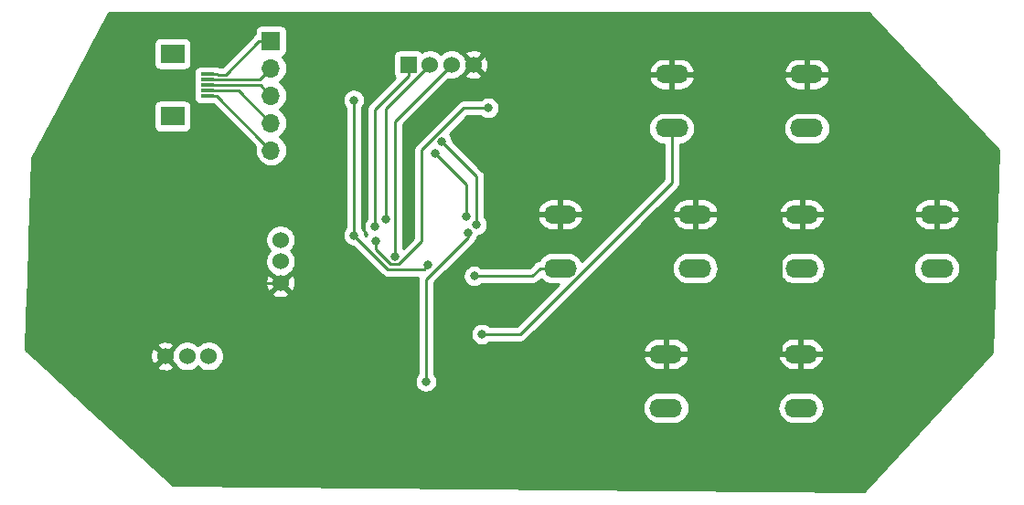
<source format=gbl>
G04 #@! TF.GenerationSoftware,KiCad,Pcbnew,5.1.2-f72e74a~84~ubuntu18.04.1*
G04 #@! TF.CreationDate,2019-07-18T22:23:35+09:00*
G04 #@! TF.ProjectId,WiredControllerPcb,57697265-6443-46f6-9e74-726f6c6c6572,rev?*
G04 #@! TF.SameCoordinates,Original*
G04 #@! TF.FileFunction,Copper,L2,Bot*
G04 #@! TF.FilePolarity,Positive*
%FSLAX46Y46*%
G04 Gerber Fmt 4.6, Leading zero omitted, Abs format (unit mm)*
G04 Created by KiCad (PCBNEW 5.1.2-f72e74a~84~ubuntu18.04.1) date 2019-07-18 22:23:35*
%MOMM*%
%LPD*%
G04 APERTURE LIST*
%ADD10R,1.300000X0.300000*%
%ADD11R,2.200000X1.800000*%
%ADD12O,3.048000X1.727200*%
%ADD13O,1.700000X1.700000*%
%ADD14R,1.700000X1.700000*%
%ADD15C,1.524000*%
%ADD16R,1.524000X1.524000*%
%ADD17C,0.800000*%
%ADD18C,0.250000*%
%ADD19C,0.254000*%
G04 APERTURE END LIST*
D10*
X120050000Y-45790000D03*
X120050000Y-46290000D03*
X120050000Y-46790000D03*
X120050000Y-47290000D03*
X120050000Y-47790000D03*
D11*
X116800000Y-49690000D03*
X116800000Y-43890000D03*
D12*
X175090000Y-63780000D03*
X175090000Y-58780000D03*
X187590000Y-63780000D03*
X187590000Y-58780000D03*
X162500000Y-76720000D03*
X162500000Y-71720000D03*
X175000000Y-76720000D03*
X175000000Y-71720000D03*
X152700000Y-63780000D03*
X152700000Y-58780000D03*
X165200000Y-63780000D03*
X165200000Y-58780000D03*
D13*
X125930000Y-52850000D03*
X125930000Y-50310000D03*
X125930000Y-47770000D03*
X125930000Y-45230000D03*
D14*
X125930000Y-42690000D03*
D15*
X126800000Y-61150000D03*
X126800000Y-63150000D03*
X126800000Y-65150000D03*
X120150000Y-71925000D03*
X118150000Y-71925000D03*
X116150000Y-71925000D03*
D16*
X138650000Y-44890000D03*
D15*
X140650000Y-44890000D03*
X142650000Y-44890000D03*
X144650000Y-44890000D03*
D12*
X175540000Y-45790000D03*
X175540000Y-50790000D03*
X163040000Y-45790000D03*
X163040000Y-50790000D03*
D17*
X137390600Y-62667000D03*
X135810000Y-78340000D03*
X135280000Y-70510000D03*
X131010000Y-70140000D03*
X133585500Y-60720000D03*
X133585500Y-48194800D03*
X140461600Y-63482300D03*
X146042300Y-48920100D03*
X135639400Y-61264800D03*
X136552400Y-59199000D03*
X135562700Y-59924300D03*
X141705200Y-52028600D03*
X144965900Y-59740000D03*
X144008900Y-58989800D03*
X141154200Y-53127600D03*
X145467100Y-69890000D03*
X144741300Y-64487200D03*
X140280000Y-74277000D03*
X144149400Y-60475000D03*
D18*
X142650000Y-44890000D02*
X137390600Y-50149400D01*
X137390600Y-50149400D02*
X137390600Y-62667000D01*
X144650000Y-44890000D02*
X152700000Y-52940000D01*
X152700000Y-52940000D02*
X152700000Y-58780000D01*
X173150700Y-71720000D02*
X164349300Y-71720000D01*
X162500000Y-71720000D02*
X164349300Y-71720000D01*
X173150700Y-58780000D02*
X173150700Y-71720000D01*
X173150700Y-58780000D02*
X173240700Y-58780000D01*
X165200000Y-58780000D02*
X173150700Y-58780000D01*
X175000000Y-71720000D02*
X173150700Y-71720000D01*
X165200000Y-46100700D02*
X164889300Y-45790000D01*
X165200000Y-58780000D02*
X165200000Y-46100700D01*
X165200000Y-46100700D02*
X173380000Y-46100700D01*
X173380000Y-46100700D02*
X173690700Y-45790000D01*
X175540000Y-45790000D02*
X173690700Y-45790000D01*
X175090000Y-58780000D02*
X173240700Y-58780000D01*
X163040000Y-45790000D02*
X164889300Y-45790000D01*
X116150000Y-71925000D02*
X122925000Y-65150000D01*
X122925000Y-65150000D02*
X126800000Y-65150000D01*
X135810000Y-78340000D02*
X135280000Y-77810000D01*
X135280000Y-77810000D02*
X135280000Y-70510000D01*
X135280000Y-70510000D02*
X131380000Y-70510000D01*
X131380000Y-70510000D02*
X131010000Y-70140000D01*
X133585500Y-60720000D02*
X136724900Y-63859400D01*
X136724900Y-63859400D02*
X140084500Y-63859400D01*
X140084500Y-63859400D02*
X140461600Y-63482300D01*
X133585500Y-48194800D02*
X133585500Y-60720000D01*
X135639400Y-61264800D02*
X135639400Y-62034000D01*
X135639400Y-62034000D02*
X137011300Y-63405900D01*
X137011300Y-63405900D02*
X137759500Y-63405900D01*
X137759500Y-63405900D02*
X139882500Y-61282900D01*
X139882500Y-61282900D02*
X139882500Y-52825200D01*
X139882500Y-52825200D02*
X143787600Y-48920100D01*
X143787600Y-48920100D02*
X146042300Y-48920100D01*
X140650000Y-44890000D02*
X136552400Y-48987600D01*
X136552400Y-48987600D02*
X136552400Y-59199000D01*
X138650000Y-45977300D02*
X135562700Y-49064600D01*
X135562700Y-49064600D02*
X135562700Y-59924300D01*
X138650000Y-44890000D02*
X138650000Y-45977300D01*
X141705200Y-52028600D02*
X144965900Y-55289300D01*
X144965900Y-55289300D02*
X144965900Y-59740000D01*
X141154200Y-53127600D02*
X144008900Y-55982300D01*
X144008900Y-55982300D02*
X144008900Y-58989800D01*
X163040000Y-50790000D02*
X163040000Y-55840400D01*
X163040000Y-55840400D02*
X148990400Y-69890000D01*
X148990400Y-69890000D02*
X145467100Y-69890000D01*
X152700000Y-63780000D02*
X150850700Y-63780000D01*
X144741300Y-64487200D02*
X150143500Y-64487200D01*
X150143500Y-64487200D02*
X150850700Y-63780000D01*
X125080001Y-52000001D02*
X125930000Y-52850000D01*
X120870000Y-47790000D02*
X125080001Y-52000001D01*
X120050000Y-47790000D02*
X120870000Y-47790000D01*
X120950000Y-47290000D02*
X120990000Y-47330000D01*
X120050000Y-47290000D02*
X120950000Y-47290000D01*
X122950000Y-47330000D02*
X125930000Y-50310000D01*
X120990000Y-47330000D02*
X122950000Y-47330000D01*
X124950000Y-46790000D02*
X125930000Y-47770000D01*
X120050000Y-46790000D02*
X124950000Y-46790000D01*
X124870000Y-46290000D02*
X125930000Y-45230000D01*
X120050000Y-46290000D02*
X124870000Y-46290000D01*
X125930000Y-42690000D02*
X124830000Y-42690000D01*
X121705001Y-45814999D02*
X120960001Y-45814999D01*
X124830000Y-42690000D02*
X121705001Y-45814999D01*
X120950000Y-45790000D02*
X120050000Y-45790000D01*
X120960001Y-45800001D02*
X120950000Y-45790000D01*
X120960001Y-45814999D02*
X120960001Y-45800001D01*
X140280000Y-74277000D02*
X140280000Y-64789300D01*
X140280000Y-64789300D02*
X144149400Y-60919900D01*
X144149400Y-60919900D02*
X144149400Y-60475000D01*
D19*
G36*
X193321309Y-52824782D02*
G01*
X192708372Y-71553389D01*
X180803087Y-84487168D01*
X116830313Y-83862510D01*
X109073691Y-76720000D01*
X160333749Y-76720000D01*
X160362684Y-77013777D01*
X160448375Y-77296264D01*
X160587531Y-77556606D01*
X160774803Y-77784797D01*
X161002994Y-77972069D01*
X161263336Y-78111225D01*
X161545823Y-78196916D01*
X161765981Y-78218600D01*
X163234019Y-78218600D01*
X163454177Y-78196916D01*
X163736664Y-78111225D01*
X163997006Y-77972069D01*
X164225197Y-77784797D01*
X164412469Y-77556606D01*
X164551625Y-77296264D01*
X164637316Y-77013777D01*
X164666251Y-76720000D01*
X172833749Y-76720000D01*
X172862684Y-77013777D01*
X172948375Y-77296264D01*
X173087531Y-77556606D01*
X173274803Y-77784797D01*
X173502994Y-77972069D01*
X173763336Y-78111225D01*
X174045823Y-78196916D01*
X174265981Y-78218600D01*
X175734019Y-78218600D01*
X175954177Y-78196916D01*
X176236664Y-78111225D01*
X176497006Y-77972069D01*
X176725197Y-77784797D01*
X176912469Y-77556606D01*
X177051625Y-77296264D01*
X177137316Y-77013777D01*
X177166251Y-76720000D01*
X177137316Y-76426223D01*
X177051625Y-76143736D01*
X176912469Y-75883394D01*
X176725197Y-75655203D01*
X176497006Y-75467931D01*
X176236664Y-75328775D01*
X175954177Y-75243084D01*
X175734019Y-75221400D01*
X174265981Y-75221400D01*
X174045823Y-75243084D01*
X173763336Y-75328775D01*
X173502994Y-75467931D01*
X173274803Y-75655203D01*
X173087531Y-75883394D01*
X172948375Y-76143736D01*
X172862684Y-76426223D01*
X172833749Y-76720000D01*
X164666251Y-76720000D01*
X164637316Y-76426223D01*
X164551625Y-76143736D01*
X164412469Y-75883394D01*
X164225197Y-75655203D01*
X163997006Y-75467931D01*
X163736664Y-75328775D01*
X163454177Y-75243084D01*
X163234019Y-75221400D01*
X161765981Y-75221400D01*
X161545823Y-75243084D01*
X161263336Y-75328775D01*
X161002994Y-75467931D01*
X160774803Y-75655203D01*
X160587531Y-75883394D01*
X160448375Y-76143736D01*
X160362684Y-76426223D01*
X160333749Y-76720000D01*
X109073691Y-76720000D01*
X104915001Y-72890565D01*
X115364040Y-72890565D01*
X115431020Y-73130656D01*
X115680048Y-73247756D01*
X115947135Y-73314023D01*
X116222017Y-73326910D01*
X116494133Y-73285922D01*
X116753023Y-73192636D01*
X116868980Y-73130656D01*
X116935960Y-72890565D01*
X116150000Y-72104605D01*
X115364040Y-72890565D01*
X104915001Y-72890565D01*
X103944625Y-71997017D01*
X114748090Y-71997017D01*
X114789078Y-72269133D01*
X114882364Y-72528023D01*
X114944344Y-72643980D01*
X115184435Y-72710960D01*
X115970395Y-71925000D01*
X116329605Y-71925000D01*
X116855895Y-72451290D01*
X116911995Y-72586727D01*
X117064880Y-72815535D01*
X117259465Y-73010120D01*
X117488273Y-73163005D01*
X117742510Y-73268314D01*
X118012408Y-73322000D01*
X118287592Y-73322000D01*
X118557490Y-73268314D01*
X118811727Y-73163005D01*
X119040535Y-73010120D01*
X119150000Y-72900655D01*
X119259465Y-73010120D01*
X119488273Y-73163005D01*
X119742510Y-73268314D01*
X120012408Y-73322000D01*
X120287592Y-73322000D01*
X120557490Y-73268314D01*
X120811727Y-73163005D01*
X121040535Y-73010120D01*
X121235120Y-72815535D01*
X121388005Y-72586727D01*
X121493314Y-72332490D01*
X121547000Y-72062592D01*
X121547000Y-71787408D01*
X121493314Y-71517510D01*
X121388005Y-71263273D01*
X121235120Y-71034465D01*
X121040535Y-70839880D01*
X120811727Y-70686995D01*
X120557490Y-70581686D01*
X120287592Y-70528000D01*
X120012408Y-70528000D01*
X119742510Y-70581686D01*
X119488273Y-70686995D01*
X119259465Y-70839880D01*
X119150000Y-70949345D01*
X119040535Y-70839880D01*
X118811727Y-70686995D01*
X118557490Y-70581686D01*
X118287592Y-70528000D01*
X118012408Y-70528000D01*
X117742510Y-70581686D01*
X117488273Y-70686995D01*
X117259465Y-70839880D01*
X117064880Y-71034465D01*
X116911995Y-71263273D01*
X116855895Y-71398710D01*
X116329605Y-71925000D01*
X115970395Y-71925000D01*
X115184435Y-71139040D01*
X114944344Y-71206020D01*
X114827244Y-71455048D01*
X114760977Y-71722135D01*
X114748090Y-71997017D01*
X103944625Y-71997017D01*
X103220098Y-71329853D01*
X103232927Y-70959435D01*
X115364040Y-70959435D01*
X116150000Y-71745395D01*
X116935960Y-70959435D01*
X116868980Y-70719344D01*
X116619952Y-70602244D01*
X116352865Y-70535977D01*
X116077983Y-70523090D01*
X115805867Y-70564078D01*
X115546977Y-70657364D01*
X115431020Y-70719344D01*
X115364040Y-70959435D01*
X103232927Y-70959435D01*
X103400690Y-66115565D01*
X126014040Y-66115565D01*
X126081020Y-66355656D01*
X126330048Y-66472756D01*
X126597135Y-66539023D01*
X126872017Y-66551910D01*
X127144133Y-66510922D01*
X127403023Y-66417636D01*
X127518980Y-66355656D01*
X127585960Y-66115565D01*
X126800000Y-65329605D01*
X126014040Y-66115565D01*
X103400690Y-66115565D01*
X103431638Y-65222017D01*
X125398090Y-65222017D01*
X125439078Y-65494133D01*
X125532364Y-65753023D01*
X125594344Y-65868980D01*
X125834435Y-65935960D01*
X126620395Y-65150000D01*
X126979605Y-65150000D01*
X127765565Y-65935960D01*
X128005656Y-65868980D01*
X128122756Y-65619952D01*
X128189023Y-65352865D01*
X128201910Y-65077983D01*
X128160922Y-64805867D01*
X128067636Y-64546977D01*
X128005656Y-64431020D01*
X127765565Y-64364040D01*
X126979605Y-65150000D01*
X126620395Y-65150000D01*
X125834435Y-64364040D01*
X125594344Y-64431020D01*
X125477244Y-64680048D01*
X125410977Y-64947135D01*
X125398090Y-65222017D01*
X103431638Y-65222017D01*
X103577435Y-61012408D01*
X125403000Y-61012408D01*
X125403000Y-61287592D01*
X125456686Y-61557490D01*
X125561995Y-61811727D01*
X125714880Y-62040535D01*
X125824345Y-62150000D01*
X125714880Y-62259465D01*
X125561995Y-62488273D01*
X125456686Y-62742510D01*
X125403000Y-63012408D01*
X125403000Y-63287592D01*
X125456686Y-63557490D01*
X125561995Y-63811727D01*
X125714880Y-64040535D01*
X125909465Y-64235120D01*
X126138273Y-64388005D01*
X126273710Y-64444105D01*
X126800000Y-64970395D01*
X127326290Y-64444105D01*
X127461727Y-64388005D01*
X127690535Y-64235120D01*
X127885120Y-64040535D01*
X128038005Y-63811727D01*
X128143314Y-63557490D01*
X128197000Y-63287592D01*
X128197000Y-63012408D01*
X128143314Y-62742510D01*
X128038005Y-62488273D01*
X127885120Y-62259465D01*
X127775655Y-62150000D01*
X127885120Y-62040535D01*
X128038005Y-61811727D01*
X128143314Y-61557490D01*
X128197000Y-61287592D01*
X128197000Y-61012408D01*
X128143314Y-60742510D01*
X128038005Y-60488273D01*
X127885120Y-60259465D01*
X127690535Y-60064880D01*
X127461727Y-59911995D01*
X127207490Y-59806686D01*
X126937592Y-59753000D01*
X126662408Y-59753000D01*
X126392510Y-59806686D01*
X126138273Y-59911995D01*
X125909465Y-60064880D01*
X125714880Y-60259465D01*
X125561995Y-60488273D01*
X125456686Y-60742510D01*
X125403000Y-61012408D01*
X103577435Y-61012408D01*
X103834368Y-53594007D01*
X106367140Y-48790000D01*
X115061928Y-48790000D01*
X115061928Y-50590000D01*
X115074188Y-50714482D01*
X115110498Y-50834180D01*
X115169463Y-50944494D01*
X115248815Y-51041185D01*
X115345506Y-51120537D01*
X115455820Y-51179502D01*
X115575518Y-51215812D01*
X115700000Y-51228072D01*
X117900000Y-51228072D01*
X118024482Y-51215812D01*
X118144180Y-51179502D01*
X118254494Y-51120537D01*
X118351185Y-51041185D01*
X118430537Y-50944494D01*
X118489502Y-50834180D01*
X118525812Y-50714482D01*
X118538072Y-50590000D01*
X118538072Y-48790000D01*
X118525812Y-48665518D01*
X118489502Y-48545820D01*
X118430537Y-48435506D01*
X118351185Y-48338815D01*
X118254494Y-48259463D01*
X118144180Y-48200498D01*
X118024482Y-48164188D01*
X117900000Y-48151928D01*
X115700000Y-48151928D01*
X115575518Y-48164188D01*
X115455820Y-48200498D01*
X115345506Y-48259463D01*
X115248815Y-48338815D01*
X115169463Y-48435506D01*
X115110498Y-48545820D01*
X115074188Y-48665518D01*
X115061928Y-48790000D01*
X106367140Y-48790000D01*
X108027885Y-45640000D01*
X118761928Y-45640000D01*
X118761928Y-45940000D01*
X118771777Y-46040000D01*
X118761928Y-46140000D01*
X118761928Y-46440000D01*
X118771777Y-46540000D01*
X118761928Y-46640000D01*
X118761928Y-46940000D01*
X118771777Y-47040000D01*
X118761928Y-47140000D01*
X118761928Y-47440000D01*
X118771777Y-47540000D01*
X118761928Y-47640000D01*
X118761928Y-47940000D01*
X118774188Y-48064482D01*
X118810498Y-48184180D01*
X118869463Y-48294494D01*
X118948815Y-48391185D01*
X119045506Y-48470537D01*
X119155820Y-48529502D01*
X119275518Y-48565812D01*
X119400000Y-48578072D01*
X120583271Y-48578072D01*
X124489203Y-52484005D01*
X124466487Y-52558889D01*
X124437815Y-52850000D01*
X124466487Y-53141111D01*
X124551401Y-53421034D01*
X124689294Y-53679014D01*
X124874866Y-53905134D01*
X125100986Y-54090706D01*
X125358966Y-54228599D01*
X125638889Y-54313513D01*
X125857050Y-54335000D01*
X126002950Y-54335000D01*
X126221111Y-54313513D01*
X126501034Y-54228599D01*
X126759014Y-54090706D01*
X126985134Y-53905134D01*
X127170706Y-53679014D01*
X127308599Y-53421034D01*
X127393513Y-53141111D01*
X127422185Y-52850000D01*
X127393513Y-52558889D01*
X127308599Y-52278966D01*
X127170706Y-52020986D01*
X126985134Y-51794866D01*
X126759014Y-51609294D01*
X126704209Y-51580000D01*
X126759014Y-51550706D01*
X126985134Y-51365134D01*
X127170706Y-51139014D01*
X127308599Y-50881034D01*
X127393513Y-50601111D01*
X127422185Y-50310000D01*
X127393513Y-50018889D01*
X127308599Y-49738966D01*
X127170706Y-49480986D01*
X126985134Y-49254866D01*
X126759014Y-49069294D01*
X126704209Y-49040000D01*
X126759014Y-49010706D01*
X126985134Y-48825134D01*
X127170706Y-48599014D01*
X127308599Y-48341034D01*
X127383881Y-48092861D01*
X132550500Y-48092861D01*
X132550500Y-48296739D01*
X132590274Y-48496698D01*
X132668295Y-48685056D01*
X132781563Y-48854574D01*
X132825500Y-48898511D01*
X132825501Y-60016288D01*
X132781563Y-60060226D01*
X132668295Y-60229744D01*
X132590274Y-60418102D01*
X132550500Y-60618061D01*
X132550500Y-60821939D01*
X132590274Y-61021898D01*
X132668295Y-61210256D01*
X132781563Y-61379774D01*
X132925726Y-61523937D01*
X133095244Y-61637205D01*
X133283602Y-61715226D01*
X133483561Y-61755000D01*
X133545699Y-61755000D01*
X136161101Y-64370403D01*
X136184899Y-64399401D01*
X136213897Y-64423199D01*
X136300623Y-64494374D01*
X136365409Y-64529003D01*
X136432653Y-64564946D01*
X136575914Y-64608403D01*
X136687567Y-64619400D01*
X136687576Y-64619400D01*
X136724899Y-64623076D01*
X136762222Y-64619400D01*
X139537342Y-64619400D01*
X139530998Y-64640314D01*
X139520001Y-64751967D01*
X139516324Y-64789300D01*
X139520001Y-64826632D01*
X139520000Y-73573289D01*
X139476063Y-73617226D01*
X139362795Y-73786744D01*
X139284774Y-73975102D01*
X139245000Y-74175061D01*
X139245000Y-74378939D01*
X139284774Y-74578898D01*
X139362795Y-74767256D01*
X139476063Y-74936774D01*
X139620226Y-75080937D01*
X139789744Y-75194205D01*
X139978102Y-75272226D01*
X140178061Y-75312000D01*
X140381939Y-75312000D01*
X140581898Y-75272226D01*
X140770256Y-75194205D01*
X140939774Y-75080937D01*
X141083937Y-74936774D01*
X141197205Y-74767256D01*
X141275226Y-74578898D01*
X141315000Y-74378939D01*
X141315000Y-74175061D01*
X141275226Y-73975102D01*
X141197205Y-73786744D01*
X141083937Y-73617226D01*
X141040000Y-73573289D01*
X141040000Y-72079026D01*
X160384642Y-72079026D01*
X160406473Y-72176157D01*
X160523002Y-72446981D01*
X160690127Y-72689868D01*
X160901426Y-72895483D01*
X161148778Y-73055925D01*
X161422678Y-73165028D01*
X161712600Y-73218600D01*
X162373000Y-73218600D01*
X162373000Y-71847000D01*
X162627000Y-71847000D01*
X162627000Y-73218600D01*
X163287400Y-73218600D01*
X163577322Y-73165028D01*
X163851222Y-73055925D01*
X164098574Y-72895483D01*
X164309873Y-72689868D01*
X164476998Y-72446981D01*
X164593527Y-72176157D01*
X164615358Y-72079026D01*
X172884642Y-72079026D01*
X172906473Y-72176157D01*
X173023002Y-72446981D01*
X173190127Y-72689868D01*
X173401426Y-72895483D01*
X173648778Y-73055925D01*
X173922678Y-73165028D01*
X174212600Y-73218600D01*
X174873000Y-73218600D01*
X174873000Y-71847000D01*
X175127000Y-71847000D01*
X175127000Y-73218600D01*
X175787400Y-73218600D01*
X176077322Y-73165028D01*
X176351222Y-73055925D01*
X176598574Y-72895483D01*
X176809873Y-72689868D01*
X176976998Y-72446981D01*
X177093527Y-72176157D01*
X177115358Y-72079026D01*
X176994217Y-71847000D01*
X175127000Y-71847000D01*
X174873000Y-71847000D01*
X173005783Y-71847000D01*
X172884642Y-72079026D01*
X164615358Y-72079026D01*
X164494217Y-71847000D01*
X162627000Y-71847000D01*
X162373000Y-71847000D01*
X160505783Y-71847000D01*
X160384642Y-72079026D01*
X141040000Y-72079026D01*
X141040000Y-71360974D01*
X160384642Y-71360974D01*
X160505783Y-71593000D01*
X162373000Y-71593000D01*
X162373000Y-70221400D01*
X162627000Y-70221400D01*
X162627000Y-71593000D01*
X164494217Y-71593000D01*
X164615358Y-71360974D01*
X172884642Y-71360974D01*
X173005783Y-71593000D01*
X174873000Y-71593000D01*
X174873000Y-70221400D01*
X175127000Y-70221400D01*
X175127000Y-71593000D01*
X176994217Y-71593000D01*
X177115358Y-71360974D01*
X177093527Y-71263843D01*
X176976998Y-70993019D01*
X176809873Y-70750132D01*
X176598574Y-70544517D01*
X176351222Y-70384075D01*
X176077322Y-70274972D01*
X175787400Y-70221400D01*
X175127000Y-70221400D01*
X174873000Y-70221400D01*
X174212600Y-70221400D01*
X173922678Y-70274972D01*
X173648778Y-70384075D01*
X173401426Y-70544517D01*
X173190127Y-70750132D01*
X173023002Y-70993019D01*
X172906473Y-71263843D01*
X172884642Y-71360974D01*
X164615358Y-71360974D01*
X164593527Y-71263843D01*
X164476998Y-70993019D01*
X164309873Y-70750132D01*
X164098574Y-70544517D01*
X163851222Y-70384075D01*
X163577322Y-70274972D01*
X163287400Y-70221400D01*
X162627000Y-70221400D01*
X162373000Y-70221400D01*
X161712600Y-70221400D01*
X161422678Y-70274972D01*
X161148778Y-70384075D01*
X160901426Y-70544517D01*
X160690127Y-70750132D01*
X160523002Y-70993019D01*
X160406473Y-71263843D01*
X160384642Y-71360974D01*
X141040000Y-71360974D01*
X141040000Y-65104101D01*
X141758840Y-64385261D01*
X143706300Y-64385261D01*
X143706300Y-64589139D01*
X143746074Y-64789098D01*
X143824095Y-64977456D01*
X143937363Y-65146974D01*
X144081526Y-65291137D01*
X144251044Y-65404405D01*
X144439402Y-65482426D01*
X144639361Y-65522200D01*
X144843239Y-65522200D01*
X145043198Y-65482426D01*
X145231556Y-65404405D01*
X145401074Y-65291137D01*
X145445011Y-65247200D01*
X150106178Y-65247200D01*
X150143500Y-65250876D01*
X150180822Y-65247200D01*
X150180833Y-65247200D01*
X150292486Y-65236203D01*
X150435747Y-65192746D01*
X150567776Y-65122174D01*
X150683501Y-65027201D01*
X150707303Y-64998198D01*
X150923372Y-64782129D01*
X150974803Y-64844797D01*
X151202994Y-65032069D01*
X151463336Y-65171225D01*
X151745823Y-65256916D01*
X151965981Y-65278600D01*
X152526999Y-65278600D01*
X148675599Y-69130000D01*
X146170811Y-69130000D01*
X146126874Y-69086063D01*
X145957356Y-68972795D01*
X145768998Y-68894774D01*
X145569039Y-68855000D01*
X145365161Y-68855000D01*
X145165202Y-68894774D01*
X144976844Y-68972795D01*
X144807326Y-69086063D01*
X144663163Y-69230226D01*
X144549895Y-69399744D01*
X144471874Y-69588102D01*
X144432100Y-69788061D01*
X144432100Y-69991939D01*
X144471874Y-70191898D01*
X144549895Y-70380256D01*
X144663163Y-70549774D01*
X144807326Y-70693937D01*
X144976844Y-70807205D01*
X145165202Y-70885226D01*
X145365161Y-70925000D01*
X145569039Y-70925000D01*
X145768998Y-70885226D01*
X145957356Y-70807205D01*
X146126874Y-70693937D01*
X146170811Y-70650000D01*
X148953078Y-70650000D01*
X148990400Y-70653676D01*
X149027722Y-70650000D01*
X149027733Y-70650000D01*
X149139386Y-70639003D01*
X149282647Y-70595546D01*
X149414676Y-70524974D01*
X149530401Y-70430001D01*
X149554204Y-70400997D01*
X156175201Y-63780000D01*
X163033749Y-63780000D01*
X163062684Y-64073777D01*
X163148375Y-64356264D01*
X163287531Y-64616606D01*
X163474803Y-64844797D01*
X163702994Y-65032069D01*
X163963336Y-65171225D01*
X164245823Y-65256916D01*
X164465981Y-65278600D01*
X165934019Y-65278600D01*
X166154177Y-65256916D01*
X166436664Y-65171225D01*
X166697006Y-65032069D01*
X166925197Y-64844797D01*
X167112469Y-64616606D01*
X167251625Y-64356264D01*
X167337316Y-64073777D01*
X167366251Y-63780000D01*
X172923749Y-63780000D01*
X172952684Y-64073777D01*
X173038375Y-64356264D01*
X173177531Y-64616606D01*
X173364803Y-64844797D01*
X173592994Y-65032069D01*
X173853336Y-65171225D01*
X174135823Y-65256916D01*
X174355981Y-65278600D01*
X175824019Y-65278600D01*
X176044177Y-65256916D01*
X176326664Y-65171225D01*
X176587006Y-65032069D01*
X176815197Y-64844797D01*
X177002469Y-64616606D01*
X177141625Y-64356264D01*
X177227316Y-64073777D01*
X177256251Y-63780000D01*
X185423749Y-63780000D01*
X185452684Y-64073777D01*
X185538375Y-64356264D01*
X185677531Y-64616606D01*
X185864803Y-64844797D01*
X186092994Y-65032069D01*
X186353336Y-65171225D01*
X186635823Y-65256916D01*
X186855981Y-65278600D01*
X188324019Y-65278600D01*
X188544177Y-65256916D01*
X188826664Y-65171225D01*
X189087006Y-65032069D01*
X189315197Y-64844797D01*
X189502469Y-64616606D01*
X189641625Y-64356264D01*
X189727316Y-64073777D01*
X189756251Y-63780000D01*
X189727316Y-63486223D01*
X189641625Y-63203736D01*
X189502469Y-62943394D01*
X189315197Y-62715203D01*
X189087006Y-62527931D01*
X188826664Y-62388775D01*
X188544177Y-62303084D01*
X188324019Y-62281400D01*
X186855981Y-62281400D01*
X186635823Y-62303084D01*
X186353336Y-62388775D01*
X186092994Y-62527931D01*
X185864803Y-62715203D01*
X185677531Y-62943394D01*
X185538375Y-63203736D01*
X185452684Y-63486223D01*
X185423749Y-63780000D01*
X177256251Y-63780000D01*
X177227316Y-63486223D01*
X177141625Y-63203736D01*
X177002469Y-62943394D01*
X176815197Y-62715203D01*
X176587006Y-62527931D01*
X176326664Y-62388775D01*
X176044177Y-62303084D01*
X175824019Y-62281400D01*
X174355981Y-62281400D01*
X174135823Y-62303084D01*
X173853336Y-62388775D01*
X173592994Y-62527931D01*
X173364803Y-62715203D01*
X173177531Y-62943394D01*
X173038375Y-63203736D01*
X172952684Y-63486223D01*
X172923749Y-63780000D01*
X167366251Y-63780000D01*
X167337316Y-63486223D01*
X167251625Y-63203736D01*
X167112469Y-62943394D01*
X166925197Y-62715203D01*
X166697006Y-62527931D01*
X166436664Y-62388775D01*
X166154177Y-62303084D01*
X165934019Y-62281400D01*
X164465981Y-62281400D01*
X164245823Y-62303084D01*
X163963336Y-62388775D01*
X163702994Y-62527931D01*
X163474803Y-62715203D01*
X163287531Y-62943394D01*
X163148375Y-63203736D01*
X163062684Y-63486223D01*
X163033749Y-63780000D01*
X156175201Y-63780000D01*
X160816175Y-59139026D01*
X163084642Y-59139026D01*
X163106473Y-59236157D01*
X163223002Y-59506981D01*
X163390127Y-59749868D01*
X163601426Y-59955483D01*
X163848778Y-60115925D01*
X164122678Y-60225028D01*
X164412600Y-60278600D01*
X165073000Y-60278600D01*
X165073000Y-58907000D01*
X165327000Y-58907000D01*
X165327000Y-60278600D01*
X165987400Y-60278600D01*
X166277322Y-60225028D01*
X166551222Y-60115925D01*
X166798574Y-59955483D01*
X167009873Y-59749868D01*
X167176998Y-59506981D01*
X167293527Y-59236157D01*
X167315358Y-59139026D01*
X172974642Y-59139026D01*
X172996473Y-59236157D01*
X173113002Y-59506981D01*
X173280127Y-59749868D01*
X173491426Y-59955483D01*
X173738778Y-60115925D01*
X174012678Y-60225028D01*
X174302600Y-60278600D01*
X174963000Y-60278600D01*
X174963000Y-58907000D01*
X175217000Y-58907000D01*
X175217000Y-60278600D01*
X175877400Y-60278600D01*
X176167322Y-60225028D01*
X176441222Y-60115925D01*
X176688574Y-59955483D01*
X176899873Y-59749868D01*
X177066998Y-59506981D01*
X177183527Y-59236157D01*
X177205358Y-59139026D01*
X185474642Y-59139026D01*
X185496473Y-59236157D01*
X185613002Y-59506981D01*
X185780127Y-59749868D01*
X185991426Y-59955483D01*
X186238778Y-60115925D01*
X186512678Y-60225028D01*
X186802600Y-60278600D01*
X187463000Y-60278600D01*
X187463000Y-58907000D01*
X187717000Y-58907000D01*
X187717000Y-60278600D01*
X188377400Y-60278600D01*
X188667322Y-60225028D01*
X188941222Y-60115925D01*
X189188574Y-59955483D01*
X189399873Y-59749868D01*
X189566998Y-59506981D01*
X189683527Y-59236157D01*
X189705358Y-59139026D01*
X189584217Y-58907000D01*
X187717000Y-58907000D01*
X187463000Y-58907000D01*
X185595783Y-58907000D01*
X185474642Y-59139026D01*
X177205358Y-59139026D01*
X177084217Y-58907000D01*
X175217000Y-58907000D01*
X174963000Y-58907000D01*
X173095783Y-58907000D01*
X172974642Y-59139026D01*
X167315358Y-59139026D01*
X167194217Y-58907000D01*
X165327000Y-58907000D01*
X165073000Y-58907000D01*
X163205783Y-58907000D01*
X163084642Y-59139026D01*
X160816175Y-59139026D01*
X161534227Y-58420974D01*
X163084642Y-58420974D01*
X163205783Y-58653000D01*
X165073000Y-58653000D01*
X165073000Y-57281400D01*
X165327000Y-57281400D01*
X165327000Y-58653000D01*
X167194217Y-58653000D01*
X167315358Y-58420974D01*
X172974642Y-58420974D01*
X173095783Y-58653000D01*
X174963000Y-58653000D01*
X174963000Y-57281400D01*
X175217000Y-57281400D01*
X175217000Y-58653000D01*
X177084217Y-58653000D01*
X177205358Y-58420974D01*
X185474642Y-58420974D01*
X185595783Y-58653000D01*
X187463000Y-58653000D01*
X187463000Y-57281400D01*
X187717000Y-57281400D01*
X187717000Y-58653000D01*
X189584217Y-58653000D01*
X189705358Y-58420974D01*
X189683527Y-58323843D01*
X189566998Y-58053019D01*
X189399873Y-57810132D01*
X189188574Y-57604517D01*
X188941222Y-57444075D01*
X188667322Y-57334972D01*
X188377400Y-57281400D01*
X187717000Y-57281400D01*
X187463000Y-57281400D01*
X186802600Y-57281400D01*
X186512678Y-57334972D01*
X186238778Y-57444075D01*
X185991426Y-57604517D01*
X185780127Y-57810132D01*
X185613002Y-58053019D01*
X185496473Y-58323843D01*
X185474642Y-58420974D01*
X177205358Y-58420974D01*
X177183527Y-58323843D01*
X177066998Y-58053019D01*
X176899873Y-57810132D01*
X176688574Y-57604517D01*
X176441222Y-57444075D01*
X176167322Y-57334972D01*
X175877400Y-57281400D01*
X175217000Y-57281400D01*
X174963000Y-57281400D01*
X174302600Y-57281400D01*
X174012678Y-57334972D01*
X173738778Y-57444075D01*
X173491426Y-57604517D01*
X173280127Y-57810132D01*
X173113002Y-58053019D01*
X172996473Y-58323843D01*
X172974642Y-58420974D01*
X167315358Y-58420974D01*
X167293527Y-58323843D01*
X167176998Y-58053019D01*
X167009873Y-57810132D01*
X166798574Y-57604517D01*
X166551222Y-57444075D01*
X166277322Y-57334972D01*
X165987400Y-57281400D01*
X165327000Y-57281400D01*
X165073000Y-57281400D01*
X164412600Y-57281400D01*
X164122678Y-57334972D01*
X163848778Y-57444075D01*
X163601426Y-57604517D01*
X163390127Y-57810132D01*
X163223002Y-58053019D01*
X163106473Y-58323843D01*
X163084642Y-58420974D01*
X161534227Y-58420974D01*
X163551003Y-56404199D01*
X163580001Y-56380401D01*
X163674974Y-56264676D01*
X163745546Y-56132647D01*
X163789003Y-55989386D01*
X163800000Y-55877733D01*
X163800000Y-55877723D01*
X163803676Y-55840400D01*
X163800000Y-55803077D01*
X163800000Y-52286041D01*
X163994177Y-52266916D01*
X164276664Y-52181225D01*
X164537006Y-52042069D01*
X164765197Y-51854797D01*
X164952469Y-51626606D01*
X165091625Y-51366264D01*
X165177316Y-51083777D01*
X165206251Y-50790000D01*
X173373749Y-50790000D01*
X173402684Y-51083777D01*
X173488375Y-51366264D01*
X173627531Y-51626606D01*
X173814803Y-51854797D01*
X174042994Y-52042069D01*
X174303336Y-52181225D01*
X174585823Y-52266916D01*
X174805981Y-52288600D01*
X176274019Y-52288600D01*
X176494177Y-52266916D01*
X176776664Y-52181225D01*
X177037006Y-52042069D01*
X177265197Y-51854797D01*
X177452469Y-51626606D01*
X177591625Y-51366264D01*
X177677316Y-51083777D01*
X177706251Y-50790000D01*
X177677316Y-50496223D01*
X177591625Y-50213736D01*
X177452469Y-49953394D01*
X177265197Y-49725203D01*
X177037006Y-49537931D01*
X176776664Y-49398775D01*
X176494177Y-49313084D01*
X176274019Y-49291400D01*
X174805981Y-49291400D01*
X174585823Y-49313084D01*
X174303336Y-49398775D01*
X174042994Y-49537931D01*
X173814803Y-49725203D01*
X173627531Y-49953394D01*
X173488375Y-50213736D01*
X173402684Y-50496223D01*
X173373749Y-50790000D01*
X165206251Y-50790000D01*
X165177316Y-50496223D01*
X165091625Y-50213736D01*
X164952469Y-49953394D01*
X164765197Y-49725203D01*
X164537006Y-49537931D01*
X164276664Y-49398775D01*
X163994177Y-49313084D01*
X163774019Y-49291400D01*
X162305981Y-49291400D01*
X162085823Y-49313084D01*
X161803336Y-49398775D01*
X161542994Y-49537931D01*
X161314803Y-49725203D01*
X161127531Y-49953394D01*
X160988375Y-50213736D01*
X160902684Y-50496223D01*
X160873749Y-50790000D01*
X160902684Y-51083777D01*
X160988375Y-51366264D01*
X161127531Y-51626606D01*
X161314803Y-51854797D01*
X161542994Y-52042069D01*
X161803336Y-52181225D01*
X162085823Y-52266916D01*
X162280000Y-52286041D01*
X162280001Y-55525597D01*
X154699459Y-63106140D01*
X154612469Y-62943394D01*
X154425197Y-62715203D01*
X154197006Y-62527931D01*
X153936664Y-62388775D01*
X153654177Y-62303084D01*
X153434019Y-62281400D01*
X151965981Y-62281400D01*
X151745823Y-62303084D01*
X151463336Y-62388775D01*
X151202994Y-62527931D01*
X150974803Y-62715203D01*
X150787531Y-62943394D01*
X150742873Y-63026943D01*
X150701714Y-63030997D01*
X150558453Y-63074454D01*
X150426424Y-63145026D01*
X150310699Y-63239999D01*
X150286901Y-63268998D01*
X149828699Y-63727200D01*
X145445011Y-63727200D01*
X145401074Y-63683263D01*
X145231556Y-63569995D01*
X145043198Y-63491974D01*
X144843239Y-63452200D01*
X144639361Y-63452200D01*
X144439402Y-63491974D01*
X144251044Y-63569995D01*
X144081526Y-63683263D01*
X143937363Y-63827426D01*
X143824095Y-63996944D01*
X143746074Y-64185302D01*
X143706300Y-64385261D01*
X141758840Y-64385261D01*
X144660404Y-61483698D01*
X144689401Y-61459901D01*
X144744958Y-61392205D01*
X144784374Y-61344177D01*
X144830811Y-61257300D01*
X144953337Y-61134774D01*
X145066605Y-60965256D01*
X145144626Y-60776898D01*
X145148182Y-60759019D01*
X145267798Y-60735226D01*
X145456156Y-60657205D01*
X145625674Y-60543937D01*
X145769837Y-60399774D01*
X145883105Y-60230256D01*
X145961126Y-60041898D01*
X146000900Y-59841939D01*
X146000900Y-59638061D01*
X145961126Y-59438102D01*
X145883105Y-59249744D01*
X145809126Y-59139026D01*
X150584642Y-59139026D01*
X150606473Y-59236157D01*
X150723002Y-59506981D01*
X150890127Y-59749868D01*
X151101426Y-59955483D01*
X151348778Y-60115925D01*
X151622678Y-60225028D01*
X151912600Y-60278600D01*
X152573000Y-60278600D01*
X152573000Y-58907000D01*
X152827000Y-58907000D01*
X152827000Y-60278600D01*
X153487400Y-60278600D01*
X153777322Y-60225028D01*
X154051222Y-60115925D01*
X154298574Y-59955483D01*
X154509873Y-59749868D01*
X154676998Y-59506981D01*
X154793527Y-59236157D01*
X154815358Y-59139026D01*
X154694217Y-58907000D01*
X152827000Y-58907000D01*
X152573000Y-58907000D01*
X150705783Y-58907000D01*
X150584642Y-59139026D01*
X145809126Y-59139026D01*
X145769837Y-59080226D01*
X145725900Y-59036289D01*
X145725900Y-58420974D01*
X150584642Y-58420974D01*
X150705783Y-58653000D01*
X152573000Y-58653000D01*
X152573000Y-57281400D01*
X152827000Y-57281400D01*
X152827000Y-58653000D01*
X154694217Y-58653000D01*
X154815358Y-58420974D01*
X154793527Y-58323843D01*
X154676998Y-58053019D01*
X154509873Y-57810132D01*
X154298574Y-57604517D01*
X154051222Y-57444075D01*
X153777322Y-57334972D01*
X153487400Y-57281400D01*
X152827000Y-57281400D01*
X152573000Y-57281400D01*
X151912600Y-57281400D01*
X151622678Y-57334972D01*
X151348778Y-57444075D01*
X151101426Y-57604517D01*
X150890127Y-57810132D01*
X150723002Y-58053019D01*
X150606473Y-58323843D01*
X150584642Y-58420974D01*
X145725900Y-58420974D01*
X145725900Y-55326622D01*
X145729576Y-55289299D01*
X145725900Y-55251976D01*
X145725900Y-55251967D01*
X145714903Y-55140314D01*
X145671446Y-54997053D01*
X145600874Y-54865024D01*
X145505901Y-54749299D01*
X145476904Y-54725502D01*
X142740200Y-51988799D01*
X142740200Y-51926661D01*
X142700426Y-51726702D01*
X142622405Y-51538344D01*
X142509137Y-51368826D01*
X142461407Y-51321096D01*
X144102403Y-49680100D01*
X145338589Y-49680100D01*
X145382526Y-49724037D01*
X145552044Y-49837305D01*
X145740402Y-49915326D01*
X145940361Y-49955100D01*
X146144239Y-49955100D01*
X146344198Y-49915326D01*
X146532556Y-49837305D01*
X146702074Y-49724037D01*
X146846237Y-49579874D01*
X146959505Y-49410356D01*
X147037526Y-49221998D01*
X147077300Y-49022039D01*
X147077300Y-48818161D01*
X147037526Y-48618202D01*
X146959505Y-48429844D01*
X146846237Y-48260326D01*
X146702074Y-48116163D01*
X146532556Y-48002895D01*
X146344198Y-47924874D01*
X146144239Y-47885100D01*
X145940361Y-47885100D01*
X145740402Y-47924874D01*
X145552044Y-48002895D01*
X145382526Y-48116163D01*
X145338589Y-48160100D01*
X143824922Y-48160100D01*
X143787599Y-48156424D01*
X143750276Y-48160100D01*
X143750267Y-48160100D01*
X143638614Y-48171097D01*
X143495353Y-48214554D01*
X143363324Y-48285126D01*
X143363322Y-48285127D01*
X143363323Y-48285127D01*
X143276596Y-48356301D01*
X143276592Y-48356305D01*
X143247599Y-48380099D01*
X143223805Y-48409092D01*
X139371498Y-52261401D01*
X139342500Y-52285199D01*
X139318702Y-52314197D01*
X139318701Y-52314198D01*
X139247526Y-52400924D01*
X139176954Y-52532954D01*
X139146680Y-52632758D01*
X139133498Y-52676214D01*
X139130828Y-52703324D01*
X139118824Y-52825200D01*
X139122501Y-52862532D01*
X139122500Y-60968097D01*
X138150600Y-61939998D01*
X138150600Y-50464201D01*
X142358430Y-46256372D01*
X142512408Y-46287000D01*
X142787592Y-46287000D01*
X143057490Y-46233314D01*
X143311727Y-46128005D01*
X143540535Y-45975120D01*
X143660090Y-45855565D01*
X143864040Y-45855565D01*
X143931020Y-46095656D01*
X144180048Y-46212756D01*
X144447135Y-46279023D01*
X144722017Y-46291910D01*
X144994133Y-46250922D01*
X145253023Y-46157636D01*
X145269131Y-46149026D01*
X160924642Y-46149026D01*
X160946473Y-46246157D01*
X161063002Y-46516981D01*
X161230127Y-46759868D01*
X161441426Y-46965483D01*
X161688778Y-47125925D01*
X161962678Y-47235028D01*
X162252600Y-47288600D01*
X162913000Y-47288600D01*
X162913000Y-45917000D01*
X163167000Y-45917000D01*
X163167000Y-47288600D01*
X163827400Y-47288600D01*
X164117322Y-47235028D01*
X164391222Y-47125925D01*
X164638574Y-46965483D01*
X164849873Y-46759868D01*
X165016998Y-46516981D01*
X165133527Y-46246157D01*
X165155358Y-46149026D01*
X173424642Y-46149026D01*
X173446473Y-46246157D01*
X173563002Y-46516981D01*
X173730127Y-46759868D01*
X173941426Y-46965483D01*
X174188778Y-47125925D01*
X174462678Y-47235028D01*
X174752600Y-47288600D01*
X175413000Y-47288600D01*
X175413000Y-45917000D01*
X175667000Y-45917000D01*
X175667000Y-47288600D01*
X176327400Y-47288600D01*
X176617322Y-47235028D01*
X176891222Y-47125925D01*
X177138574Y-46965483D01*
X177349873Y-46759868D01*
X177516998Y-46516981D01*
X177633527Y-46246157D01*
X177655358Y-46149026D01*
X177534217Y-45917000D01*
X175667000Y-45917000D01*
X175413000Y-45917000D01*
X173545783Y-45917000D01*
X173424642Y-46149026D01*
X165155358Y-46149026D01*
X165034217Y-45917000D01*
X163167000Y-45917000D01*
X162913000Y-45917000D01*
X161045783Y-45917000D01*
X160924642Y-46149026D01*
X145269131Y-46149026D01*
X145368980Y-46095656D01*
X145435960Y-45855565D01*
X144650000Y-45069605D01*
X143864040Y-45855565D01*
X143660090Y-45855565D01*
X143735120Y-45780535D01*
X143888005Y-45551727D01*
X143944105Y-45416290D01*
X144470395Y-44890000D01*
X144829605Y-44890000D01*
X145615565Y-45675960D01*
X145855656Y-45608980D01*
X145939359Y-45430974D01*
X160924642Y-45430974D01*
X161045783Y-45663000D01*
X162913000Y-45663000D01*
X162913000Y-44291400D01*
X163167000Y-44291400D01*
X163167000Y-45663000D01*
X165034217Y-45663000D01*
X165155358Y-45430974D01*
X173424642Y-45430974D01*
X173545783Y-45663000D01*
X175413000Y-45663000D01*
X175413000Y-44291400D01*
X175667000Y-44291400D01*
X175667000Y-45663000D01*
X177534217Y-45663000D01*
X177655358Y-45430974D01*
X177633527Y-45333843D01*
X177516998Y-45063019D01*
X177349873Y-44820132D01*
X177138574Y-44614517D01*
X176891222Y-44454075D01*
X176617322Y-44344972D01*
X176327400Y-44291400D01*
X175667000Y-44291400D01*
X175413000Y-44291400D01*
X174752600Y-44291400D01*
X174462678Y-44344972D01*
X174188778Y-44454075D01*
X173941426Y-44614517D01*
X173730127Y-44820132D01*
X173563002Y-45063019D01*
X173446473Y-45333843D01*
X173424642Y-45430974D01*
X165155358Y-45430974D01*
X165133527Y-45333843D01*
X165016998Y-45063019D01*
X164849873Y-44820132D01*
X164638574Y-44614517D01*
X164391222Y-44454075D01*
X164117322Y-44344972D01*
X163827400Y-44291400D01*
X163167000Y-44291400D01*
X162913000Y-44291400D01*
X162252600Y-44291400D01*
X161962678Y-44344972D01*
X161688778Y-44454075D01*
X161441426Y-44614517D01*
X161230127Y-44820132D01*
X161063002Y-45063019D01*
X160946473Y-45333843D01*
X160924642Y-45430974D01*
X145939359Y-45430974D01*
X145972756Y-45359952D01*
X146039023Y-45092865D01*
X146051910Y-44817983D01*
X146010922Y-44545867D01*
X145917636Y-44286977D01*
X145855656Y-44171020D01*
X145615565Y-44104040D01*
X144829605Y-44890000D01*
X144470395Y-44890000D01*
X143944105Y-44363710D01*
X143888005Y-44228273D01*
X143735120Y-43999465D01*
X143660090Y-43924435D01*
X143864040Y-43924435D01*
X144650000Y-44710395D01*
X145435960Y-43924435D01*
X145368980Y-43684344D01*
X145119952Y-43567244D01*
X144852865Y-43500977D01*
X144577983Y-43488090D01*
X144305867Y-43529078D01*
X144046977Y-43622364D01*
X143931020Y-43684344D01*
X143864040Y-43924435D01*
X143660090Y-43924435D01*
X143540535Y-43804880D01*
X143311727Y-43651995D01*
X143057490Y-43546686D01*
X142787592Y-43493000D01*
X142512408Y-43493000D01*
X142242510Y-43546686D01*
X141988273Y-43651995D01*
X141759465Y-43804880D01*
X141650000Y-43914345D01*
X141540535Y-43804880D01*
X141311727Y-43651995D01*
X141057490Y-43546686D01*
X140787592Y-43493000D01*
X140512408Y-43493000D01*
X140242510Y-43546686D01*
X139988273Y-43651995D01*
X139894330Y-43714766D01*
X139863185Y-43676815D01*
X139766494Y-43597463D01*
X139656180Y-43538498D01*
X139536482Y-43502188D01*
X139412000Y-43489928D01*
X137888000Y-43489928D01*
X137763518Y-43502188D01*
X137643820Y-43538498D01*
X137533506Y-43597463D01*
X137436815Y-43676815D01*
X137357463Y-43773506D01*
X137298498Y-43883820D01*
X137262188Y-44003518D01*
X137249928Y-44128000D01*
X137249928Y-45652000D01*
X137262188Y-45776482D01*
X137298498Y-45896180D01*
X137357463Y-46006494D01*
X137436815Y-46103185D01*
X137443680Y-46108819D01*
X135051703Y-48500796D01*
X135022699Y-48524599D01*
X134990919Y-48563324D01*
X134927726Y-48640324D01*
X134903816Y-48685056D01*
X134857154Y-48772354D01*
X134813697Y-48915615D01*
X134802700Y-49027268D01*
X134802700Y-49027278D01*
X134799024Y-49064600D01*
X134802700Y-49101922D01*
X134802701Y-59220588D01*
X134758763Y-59264526D01*
X134645495Y-59434044D01*
X134567474Y-59622402D01*
X134527700Y-59822361D01*
X134527700Y-60026239D01*
X134567474Y-60226198D01*
X134645495Y-60414556D01*
X134758763Y-60584074D01*
X134813134Y-60638445D01*
X134722195Y-60774544D01*
X134720042Y-60779741D01*
X134620500Y-60680199D01*
X134620500Y-60618061D01*
X134580726Y-60418102D01*
X134502705Y-60229744D01*
X134389437Y-60060226D01*
X134345500Y-60016289D01*
X134345500Y-48898511D01*
X134389437Y-48854574D01*
X134502705Y-48685056D01*
X134580726Y-48496698D01*
X134620500Y-48296739D01*
X134620500Y-48092861D01*
X134580726Y-47892902D01*
X134502705Y-47704544D01*
X134389437Y-47535026D01*
X134245274Y-47390863D01*
X134075756Y-47277595D01*
X133887398Y-47199574D01*
X133687439Y-47159800D01*
X133483561Y-47159800D01*
X133283602Y-47199574D01*
X133095244Y-47277595D01*
X132925726Y-47390863D01*
X132781563Y-47535026D01*
X132668295Y-47704544D01*
X132590274Y-47892902D01*
X132550500Y-48092861D01*
X127383881Y-48092861D01*
X127393513Y-48061111D01*
X127422185Y-47770000D01*
X127393513Y-47478889D01*
X127308599Y-47198966D01*
X127170706Y-46940986D01*
X126985134Y-46714866D01*
X126759014Y-46529294D01*
X126704209Y-46500000D01*
X126759014Y-46470706D01*
X126985134Y-46285134D01*
X127170706Y-46059014D01*
X127308599Y-45801034D01*
X127393513Y-45521111D01*
X127422185Y-45230000D01*
X127393513Y-44938889D01*
X127308599Y-44658966D01*
X127170706Y-44400986D01*
X126985134Y-44174866D01*
X126955313Y-44150393D01*
X127024180Y-44129502D01*
X127134494Y-44070537D01*
X127231185Y-43991185D01*
X127310537Y-43894494D01*
X127369502Y-43784180D01*
X127405812Y-43664482D01*
X127418072Y-43540000D01*
X127418072Y-41840000D01*
X127405812Y-41715518D01*
X127369502Y-41595820D01*
X127310537Y-41485506D01*
X127231185Y-41388815D01*
X127134494Y-41309463D01*
X127024180Y-41250498D01*
X126904482Y-41214188D01*
X126780000Y-41201928D01*
X125080000Y-41201928D01*
X124955518Y-41214188D01*
X124835820Y-41250498D01*
X124725506Y-41309463D01*
X124628815Y-41388815D01*
X124549463Y-41485506D01*
X124490498Y-41595820D01*
X124454188Y-41715518D01*
X124441928Y-41840000D01*
X124441928Y-42035674D01*
X124405723Y-42055026D01*
X124322083Y-42123668D01*
X124289999Y-42149999D01*
X124266201Y-42178997D01*
X121390200Y-45054999D01*
X121145145Y-45054999D01*
X121098986Y-45040997D01*
X120987333Y-45030000D01*
X120987322Y-45030000D01*
X120950000Y-45026324D01*
X120912678Y-45030000D01*
X120876607Y-45030000D01*
X120824482Y-45014188D01*
X120700000Y-45001928D01*
X119400000Y-45001928D01*
X119275518Y-45014188D01*
X119155820Y-45050498D01*
X119045506Y-45109463D01*
X118948815Y-45188815D01*
X118869463Y-45285506D01*
X118810498Y-45395820D01*
X118774188Y-45515518D01*
X118761928Y-45640000D01*
X108027885Y-45640000D01*
X109425020Y-42990000D01*
X115061928Y-42990000D01*
X115061928Y-44790000D01*
X115074188Y-44914482D01*
X115110498Y-45034180D01*
X115169463Y-45144494D01*
X115248815Y-45241185D01*
X115345506Y-45320537D01*
X115455820Y-45379502D01*
X115575518Y-45415812D01*
X115700000Y-45428072D01*
X117900000Y-45428072D01*
X118024482Y-45415812D01*
X118144180Y-45379502D01*
X118254494Y-45320537D01*
X118351185Y-45241185D01*
X118430537Y-45144494D01*
X118489502Y-45034180D01*
X118525812Y-44914482D01*
X118538072Y-44790000D01*
X118538072Y-42990000D01*
X118525812Y-42865518D01*
X118489502Y-42745820D01*
X118430537Y-42635506D01*
X118351185Y-42538815D01*
X118254494Y-42459463D01*
X118144180Y-42400498D01*
X118024482Y-42364188D01*
X117900000Y-42351928D01*
X115700000Y-42351928D01*
X115575518Y-42364188D01*
X115455820Y-42400498D01*
X115345506Y-42459463D01*
X115248815Y-42538815D01*
X115169463Y-42635506D01*
X115110498Y-42745820D01*
X115074188Y-42865518D01*
X115061928Y-42990000D01*
X109425020Y-42990000D01*
X110938144Y-40120000D01*
X181227054Y-40120000D01*
X193321309Y-52824782D01*
X193321309Y-52824782D01*
G37*
X193321309Y-52824782D02*
X192708372Y-71553389D01*
X180803087Y-84487168D01*
X116830313Y-83862510D01*
X109073691Y-76720000D01*
X160333749Y-76720000D01*
X160362684Y-77013777D01*
X160448375Y-77296264D01*
X160587531Y-77556606D01*
X160774803Y-77784797D01*
X161002994Y-77972069D01*
X161263336Y-78111225D01*
X161545823Y-78196916D01*
X161765981Y-78218600D01*
X163234019Y-78218600D01*
X163454177Y-78196916D01*
X163736664Y-78111225D01*
X163997006Y-77972069D01*
X164225197Y-77784797D01*
X164412469Y-77556606D01*
X164551625Y-77296264D01*
X164637316Y-77013777D01*
X164666251Y-76720000D01*
X172833749Y-76720000D01*
X172862684Y-77013777D01*
X172948375Y-77296264D01*
X173087531Y-77556606D01*
X173274803Y-77784797D01*
X173502994Y-77972069D01*
X173763336Y-78111225D01*
X174045823Y-78196916D01*
X174265981Y-78218600D01*
X175734019Y-78218600D01*
X175954177Y-78196916D01*
X176236664Y-78111225D01*
X176497006Y-77972069D01*
X176725197Y-77784797D01*
X176912469Y-77556606D01*
X177051625Y-77296264D01*
X177137316Y-77013777D01*
X177166251Y-76720000D01*
X177137316Y-76426223D01*
X177051625Y-76143736D01*
X176912469Y-75883394D01*
X176725197Y-75655203D01*
X176497006Y-75467931D01*
X176236664Y-75328775D01*
X175954177Y-75243084D01*
X175734019Y-75221400D01*
X174265981Y-75221400D01*
X174045823Y-75243084D01*
X173763336Y-75328775D01*
X173502994Y-75467931D01*
X173274803Y-75655203D01*
X173087531Y-75883394D01*
X172948375Y-76143736D01*
X172862684Y-76426223D01*
X172833749Y-76720000D01*
X164666251Y-76720000D01*
X164637316Y-76426223D01*
X164551625Y-76143736D01*
X164412469Y-75883394D01*
X164225197Y-75655203D01*
X163997006Y-75467931D01*
X163736664Y-75328775D01*
X163454177Y-75243084D01*
X163234019Y-75221400D01*
X161765981Y-75221400D01*
X161545823Y-75243084D01*
X161263336Y-75328775D01*
X161002994Y-75467931D01*
X160774803Y-75655203D01*
X160587531Y-75883394D01*
X160448375Y-76143736D01*
X160362684Y-76426223D01*
X160333749Y-76720000D01*
X109073691Y-76720000D01*
X104915001Y-72890565D01*
X115364040Y-72890565D01*
X115431020Y-73130656D01*
X115680048Y-73247756D01*
X115947135Y-73314023D01*
X116222017Y-73326910D01*
X116494133Y-73285922D01*
X116753023Y-73192636D01*
X116868980Y-73130656D01*
X116935960Y-72890565D01*
X116150000Y-72104605D01*
X115364040Y-72890565D01*
X104915001Y-72890565D01*
X103944625Y-71997017D01*
X114748090Y-71997017D01*
X114789078Y-72269133D01*
X114882364Y-72528023D01*
X114944344Y-72643980D01*
X115184435Y-72710960D01*
X115970395Y-71925000D01*
X116329605Y-71925000D01*
X116855895Y-72451290D01*
X116911995Y-72586727D01*
X117064880Y-72815535D01*
X117259465Y-73010120D01*
X117488273Y-73163005D01*
X117742510Y-73268314D01*
X118012408Y-73322000D01*
X118287592Y-73322000D01*
X118557490Y-73268314D01*
X118811727Y-73163005D01*
X119040535Y-73010120D01*
X119150000Y-72900655D01*
X119259465Y-73010120D01*
X119488273Y-73163005D01*
X119742510Y-73268314D01*
X120012408Y-73322000D01*
X120287592Y-73322000D01*
X120557490Y-73268314D01*
X120811727Y-73163005D01*
X121040535Y-73010120D01*
X121235120Y-72815535D01*
X121388005Y-72586727D01*
X121493314Y-72332490D01*
X121547000Y-72062592D01*
X121547000Y-71787408D01*
X121493314Y-71517510D01*
X121388005Y-71263273D01*
X121235120Y-71034465D01*
X121040535Y-70839880D01*
X120811727Y-70686995D01*
X120557490Y-70581686D01*
X120287592Y-70528000D01*
X120012408Y-70528000D01*
X119742510Y-70581686D01*
X119488273Y-70686995D01*
X119259465Y-70839880D01*
X119150000Y-70949345D01*
X119040535Y-70839880D01*
X118811727Y-70686995D01*
X118557490Y-70581686D01*
X118287592Y-70528000D01*
X118012408Y-70528000D01*
X117742510Y-70581686D01*
X117488273Y-70686995D01*
X117259465Y-70839880D01*
X117064880Y-71034465D01*
X116911995Y-71263273D01*
X116855895Y-71398710D01*
X116329605Y-71925000D01*
X115970395Y-71925000D01*
X115184435Y-71139040D01*
X114944344Y-71206020D01*
X114827244Y-71455048D01*
X114760977Y-71722135D01*
X114748090Y-71997017D01*
X103944625Y-71997017D01*
X103220098Y-71329853D01*
X103232927Y-70959435D01*
X115364040Y-70959435D01*
X116150000Y-71745395D01*
X116935960Y-70959435D01*
X116868980Y-70719344D01*
X116619952Y-70602244D01*
X116352865Y-70535977D01*
X116077983Y-70523090D01*
X115805867Y-70564078D01*
X115546977Y-70657364D01*
X115431020Y-70719344D01*
X115364040Y-70959435D01*
X103232927Y-70959435D01*
X103400690Y-66115565D01*
X126014040Y-66115565D01*
X126081020Y-66355656D01*
X126330048Y-66472756D01*
X126597135Y-66539023D01*
X126872017Y-66551910D01*
X127144133Y-66510922D01*
X127403023Y-66417636D01*
X127518980Y-66355656D01*
X127585960Y-66115565D01*
X126800000Y-65329605D01*
X126014040Y-66115565D01*
X103400690Y-66115565D01*
X103431638Y-65222017D01*
X125398090Y-65222017D01*
X125439078Y-65494133D01*
X125532364Y-65753023D01*
X125594344Y-65868980D01*
X125834435Y-65935960D01*
X126620395Y-65150000D01*
X126979605Y-65150000D01*
X127765565Y-65935960D01*
X128005656Y-65868980D01*
X128122756Y-65619952D01*
X128189023Y-65352865D01*
X128201910Y-65077983D01*
X128160922Y-64805867D01*
X128067636Y-64546977D01*
X128005656Y-64431020D01*
X127765565Y-64364040D01*
X126979605Y-65150000D01*
X126620395Y-65150000D01*
X125834435Y-64364040D01*
X125594344Y-64431020D01*
X125477244Y-64680048D01*
X125410977Y-64947135D01*
X125398090Y-65222017D01*
X103431638Y-65222017D01*
X103577435Y-61012408D01*
X125403000Y-61012408D01*
X125403000Y-61287592D01*
X125456686Y-61557490D01*
X125561995Y-61811727D01*
X125714880Y-62040535D01*
X125824345Y-62150000D01*
X125714880Y-62259465D01*
X125561995Y-62488273D01*
X125456686Y-62742510D01*
X125403000Y-63012408D01*
X125403000Y-63287592D01*
X125456686Y-63557490D01*
X125561995Y-63811727D01*
X125714880Y-64040535D01*
X125909465Y-64235120D01*
X126138273Y-64388005D01*
X126273710Y-64444105D01*
X126800000Y-64970395D01*
X127326290Y-64444105D01*
X127461727Y-64388005D01*
X127690535Y-64235120D01*
X127885120Y-64040535D01*
X128038005Y-63811727D01*
X128143314Y-63557490D01*
X128197000Y-63287592D01*
X128197000Y-63012408D01*
X128143314Y-62742510D01*
X128038005Y-62488273D01*
X127885120Y-62259465D01*
X127775655Y-62150000D01*
X127885120Y-62040535D01*
X128038005Y-61811727D01*
X128143314Y-61557490D01*
X128197000Y-61287592D01*
X128197000Y-61012408D01*
X128143314Y-60742510D01*
X128038005Y-60488273D01*
X127885120Y-60259465D01*
X127690535Y-60064880D01*
X127461727Y-59911995D01*
X127207490Y-59806686D01*
X126937592Y-59753000D01*
X126662408Y-59753000D01*
X126392510Y-59806686D01*
X126138273Y-59911995D01*
X125909465Y-60064880D01*
X125714880Y-60259465D01*
X125561995Y-60488273D01*
X125456686Y-60742510D01*
X125403000Y-61012408D01*
X103577435Y-61012408D01*
X103834368Y-53594007D01*
X106367140Y-48790000D01*
X115061928Y-48790000D01*
X115061928Y-50590000D01*
X115074188Y-50714482D01*
X115110498Y-50834180D01*
X115169463Y-50944494D01*
X115248815Y-51041185D01*
X115345506Y-51120537D01*
X115455820Y-51179502D01*
X115575518Y-51215812D01*
X115700000Y-51228072D01*
X117900000Y-51228072D01*
X118024482Y-51215812D01*
X118144180Y-51179502D01*
X118254494Y-51120537D01*
X118351185Y-51041185D01*
X118430537Y-50944494D01*
X118489502Y-50834180D01*
X118525812Y-50714482D01*
X118538072Y-50590000D01*
X118538072Y-48790000D01*
X118525812Y-48665518D01*
X118489502Y-48545820D01*
X118430537Y-48435506D01*
X118351185Y-48338815D01*
X118254494Y-48259463D01*
X118144180Y-48200498D01*
X118024482Y-48164188D01*
X117900000Y-48151928D01*
X115700000Y-48151928D01*
X115575518Y-48164188D01*
X115455820Y-48200498D01*
X115345506Y-48259463D01*
X115248815Y-48338815D01*
X115169463Y-48435506D01*
X115110498Y-48545820D01*
X115074188Y-48665518D01*
X115061928Y-48790000D01*
X106367140Y-48790000D01*
X108027885Y-45640000D01*
X118761928Y-45640000D01*
X118761928Y-45940000D01*
X118771777Y-46040000D01*
X118761928Y-46140000D01*
X118761928Y-46440000D01*
X118771777Y-46540000D01*
X118761928Y-46640000D01*
X118761928Y-46940000D01*
X118771777Y-47040000D01*
X118761928Y-47140000D01*
X118761928Y-47440000D01*
X118771777Y-47540000D01*
X118761928Y-47640000D01*
X118761928Y-47940000D01*
X118774188Y-48064482D01*
X118810498Y-48184180D01*
X118869463Y-48294494D01*
X118948815Y-48391185D01*
X119045506Y-48470537D01*
X119155820Y-48529502D01*
X119275518Y-48565812D01*
X119400000Y-48578072D01*
X120583271Y-48578072D01*
X124489203Y-52484005D01*
X124466487Y-52558889D01*
X124437815Y-52850000D01*
X124466487Y-53141111D01*
X124551401Y-53421034D01*
X124689294Y-53679014D01*
X124874866Y-53905134D01*
X125100986Y-54090706D01*
X125358966Y-54228599D01*
X125638889Y-54313513D01*
X125857050Y-54335000D01*
X126002950Y-54335000D01*
X126221111Y-54313513D01*
X126501034Y-54228599D01*
X126759014Y-54090706D01*
X126985134Y-53905134D01*
X127170706Y-53679014D01*
X127308599Y-53421034D01*
X127393513Y-53141111D01*
X127422185Y-52850000D01*
X127393513Y-52558889D01*
X127308599Y-52278966D01*
X127170706Y-52020986D01*
X126985134Y-51794866D01*
X126759014Y-51609294D01*
X126704209Y-51580000D01*
X126759014Y-51550706D01*
X126985134Y-51365134D01*
X127170706Y-51139014D01*
X127308599Y-50881034D01*
X127393513Y-50601111D01*
X127422185Y-50310000D01*
X127393513Y-50018889D01*
X127308599Y-49738966D01*
X127170706Y-49480986D01*
X126985134Y-49254866D01*
X126759014Y-49069294D01*
X126704209Y-49040000D01*
X126759014Y-49010706D01*
X126985134Y-48825134D01*
X127170706Y-48599014D01*
X127308599Y-48341034D01*
X127383881Y-48092861D01*
X132550500Y-48092861D01*
X132550500Y-48296739D01*
X132590274Y-48496698D01*
X132668295Y-48685056D01*
X132781563Y-48854574D01*
X132825500Y-48898511D01*
X132825501Y-60016288D01*
X132781563Y-60060226D01*
X132668295Y-60229744D01*
X132590274Y-60418102D01*
X132550500Y-60618061D01*
X132550500Y-60821939D01*
X132590274Y-61021898D01*
X132668295Y-61210256D01*
X132781563Y-61379774D01*
X132925726Y-61523937D01*
X133095244Y-61637205D01*
X133283602Y-61715226D01*
X133483561Y-61755000D01*
X133545699Y-61755000D01*
X136161101Y-64370403D01*
X136184899Y-64399401D01*
X136213897Y-64423199D01*
X136300623Y-64494374D01*
X136365409Y-64529003D01*
X136432653Y-64564946D01*
X136575914Y-64608403D01*
X136687567Y-64619400D01*
X136687576Y-64619400D01*
X136724899Y-64623076D01*
X136762222Y-64619400D01*
X139537342Y-64619400D01*
X139530998Y-64640314D01*
X139520001Y-64751967D01*
X139516324Y-64789300D01*
X139520001Y-64826632D01*
X139520000Y-73573289D01*
X139476063Y-73617226D01*
X139362795Y-73786744D01*
X139284774Y-73975102D01*
X139245000Y-74175061D01*
X139245000Y-74378939D01*
X139284774Y-74578898D01*
X139362795Y-74767256D01*
X139476063Y-74936774D01*
X139620226Y-75080937D01*
X139789744Y-75194205D01*
X139978102Y-75272226D01*
X140178061Y-75312000D01*
X140381939Y-75312000D01*
X140581898Y-75272226D01*
X140770256Y-75194205D01*
X140939774Y-75080937D01*
X141083937Y-74936774D01*
X141197205Y-74767256D01*
X141275226Y-74578898D01*
X141315000Y-74378939D01*
X141315000Y-74175061D01*
X141275226Y-73975102D01*
X141197205Y-73786744D01*
X141083937Y-73617226D01*
X141040000Y-73573289D01*
X141040000Y-72079026D01*
X160384642Y-72079026D01*
X160406473Y-72176157D01*
X160523002Y-72446981D01*
X160690127Y-72689868D01*
X160901426Y-72895483D01*
X161148778Y-73055925D01*
X161422678Y-73165028D01*
X161712600Y-73218600D01*
X162373000Y-73218600D01*
X162373000Y-71847000D01*
X162627000Y-71847000D01*
X162627000Y-73218600D01*
X163287400Y-73218600D01*
X163577322Y-73165028D01*
X163851222Y-73055925D01*
X164098574Y-72895483D01*
X164309873Y-72689868D01*
X164476998Y-72446981D01*
X164593527Y-72176157D01*
X164615358Y-72079026D01*
X172884642Y-72079026D01*
X172906473Y-72176157D01*
X173023002Y-72446981D01*
X173190127Y-72689868D01*
X173401426Y-72895483D01*
X173648778Y-73055925D01*
X173922678Y-73165028D01*
X174212600Y-73218600D01*
X174873000Y-73218600D01*
X174873000Y-71847000D01*
X175127000Y-71847000D01*
X175127000Y-73218600D01*
X175787400Y-73218600D01*
X176077322Y-73165028D01*
X176351222Y-73055925D01*
X176598574Y-72895483D01*
X176809873Y-72689868D01*
X176976998Y-72446981D01*
X177093527Y-72176157D01*
X177115358Y-72079026D01*
X176994217Y-71847000D01*
X175127000Y-71847000D01*
X174873000Y-71847000D01*
X173005783Y-71847000D01*
X172884642Y-72079026D01*
X164615358Y-72079026D01*
X164494217Y-71847000D01*
X162627000Y-71847000D01*
X162373000Y-71847000D01*
X160505783Y-71847000D01*
X160384642Y-72079026D01*
X141040000Y-72079026D01*
X141040000Y-71360974D01*
X160384642Y-71360974D01*
X160505783Y-71593000D01*
X162373000Y-71593000D01*
X162373000Y-70221400D01*
X162627000Y-70221400D01*
X162627000Y-71593000D01*
X164494217Y-71593000D01*
X164615358Y-71360974D01*
X172884642Y-71360974D01*
X173005783Y-71593000D01*
X174873000Y-71593000D01*
X174873000Y-70221400D01*
X175127000Y-70221400D01*
X175127000Y-71593000D01*
X176994217Y-71593000D01*
X177115358Y-71360974D01*
X177093527Y-71263843D01*
X176976998Y-70993019D01*
X176809873Y-70750132D01*
X176598574Y-70544517D01*
X176351222Y-70384075D01*
X176077322Y-70274972D01*
X175787400Y-70221400D01*
X175127000Y-70221400D01*
X174873000Y-70221400D01*
X174212600Y-70221400D01*
X173922678Y-70274972D01*
X173648778Y-70384075D01*
X173401426Y-70544517D01*
X173190127Y-70750132D01*
X173023002Y-70993019D01*
X172906473Y-71263843D01*
X172884642Y-71360974D01*
X164615358Y-71360974D01*
X164593527Y-71263843D01*
X164476998Y-70993019D01*
X164309873Y-70750132D01*
X164098574Y-70544517D01*
X163851222Y-70384075D01*
X163577322Y-70274972D01*
X163287400Y-70221400D01*
X162627000Y-70221400D01*
X162373000Y-70221400D01*
X161712600Y-70221400D01*
X161422678Y-70274972D01*
X161148778Y-70384075D01*
X160901426Y-70544517D01*
X160690127Y-70750132D01*
X160523002Y-70993019D01*
X160406473Y-71263843D01*
X160384642Y-71360974D01*
X141040000Y-71360974D01*
X141040000Y-65104101D01*
X141758840Y-64385261D01*
X143706300Y-64385261D01*
X143706300Y-64589139D01*
X143746074Y-64789098D01*
X143824095Y-64977456D01*
X143937363Y-65146974D01*
X144081526Y-65291137D01*
X144251044Y-65404405D01*
X144439402Y-65482426D01*
X144639361Y-65522200D01*
X144843239Y-65522200D01*
X145043198Y-65482426D01*
X145231556Y-65404405D01*
X145401074Y-65291137D01*
X145445011Y-65247200D01*
X150106178Y-65247200D01*
X150143500Y-65250876D01*
X150180822Y-65247200D01*
X150180833Y-65247200D01*
X150292486Y-65236203D01*
X150435747Y-65192746D01*
X150567776Y-65122174D01*
X150683501Y-65027201D01*
X150707303Y-64998198D01*
X150923372Y-64782129D01*
X150974803Y-64844797D01*
X151202994Y-65032069D01*
X151463336Y-65171225D01*
X151745823Y-65256916D01*
X151965981Y-65278600D01*
X152526999Y-65278600D01*
X148675599Y-69130000D01*
X146170811Y-69130000D01*
X146126874Y-69086063D01*
X145957356Y-68972795D01*
X145768998Y-68894774D01*
X145569039Y-68855000D01*
X145365161Y-68855000D01*
X145165202Y-68894774D01*
X144976844Y-68972795D01*
X144807326Y-69086063D01*
X144663163Y-69230226D01*
X144549895Y-69399744D01*
X144471874Y-69588102D01*
X144432100Y-69788061D01*
X144432100Y-69991939D01*
X144471874Y-70191898D01*
X144549895Y-70380256D01*
X144663163Y-70549774D01*
X144807326Y-70693937D01*
X144976844Y-70807205D01*
X145165202Y-70885226D01*
X145365161Y-70925000D01*
X145569039Y-70925000D01*
X145768998Y-70885226D01*
X145957356Y-70807205D01*
X146126874Y-70693937D01*
X146170811Y-70650000D01*
X148953078Y-70650000D01*
X148990400Y-70653676D01*
X149027722Y-70650000D01*
X149027733Y-70650000D01*
X149139386Y-70639003D01*
X149282647Y-70595546D01*
X149414676Y-70524974D01*
X149530401Y-70430001D01*
X149554204Y-70400997D01*
X156175201Y-63780000D01*
X163033749Y-63780000D01*
X163062684Y-64073777D01*
X163148375Y-64356264D01*
X163287531Y-64616606D01*
X163474803Y-64844797D01*
X163702994Y-65032069D01*
X163963336Y-65171225D01*
X164245823Y-65256916D01*
X164465981Y-65278600D01*
X165934019Y-65278600D01*
X166154177Y-65256916D01*
X166436664Y-65171225D01*
X166697006Y-65032069D01*
X166925197Y-64844797D01*
X167112469Y-64616606D01*
X167251625Y-64356264D01*
X167337316Y-64073777D01*
X167366251Y-63780000D01*
X172923749Y-63780000D01*
X172952684Y-64073777D01*
X173038375Y-64356264D01*
X173177531Y-64616606D01*
X173364803Y-64844797D01*
X173592994Y-65032069D01*
X173853336Y-65171225D01*
X174135823Y-65256916D01*
X174355981Y-65278600D01*
X175824019Y-65278600D01*
X176044177Y-65256916D01*
X176326664Y-65171225D01*
X176587006Y-65032069D01*
X176815197Y-64844797D01*
X177002469Y-64616606D01*
X177141625Y-64356264D01*
X177227316Y-64073777D01*
X177256251Y-63780000D01*
X185423749Y-63780000D01*
X185452684Y-64073777D01*
X185538375Y-64356264D01*
X185677531Y-64616606D01*
X185864803Y-64844797D01*
X186092994Y-65032069D01*
X186353336Y-65171225D01*
X186635823Y-65256916D01*
X186855981Y-65278600D01*
X188324019Y-65278600D01*
X188544177Y-65256916D01*
X188826664Y-65171225D01*
X189087006Y-65032069D01*
X189315197Y-64844797D01*
X189502469Y-64616606D01*
X189641625Y-64356264D01*
X189727316Y-64073777D01*
X189756251Y-63780000D01*
X189727316Y-63486223D01*
X189641625Y-63203736D01*
X189502469Y-62943394D01*
X189315197Y-62715203D01*
X189087006Y-62527931D01*
X188826664Y-62388775D01*
X188544177Y-62303084D01*
X188324019Y-62281400D01*
X186855981Y-62281400D01*
X186635823Y-62303084D01*
X186353336Y-62388775D01*
X186092994Y-62527931D01*
X185864803Y-62715203D01*
X185677531Y-62943394D01*
X185538375Y-63203736D01*
X185452684Y-63486223D01*
X185423749Y-63780000D01*
X177256251Y-63780000D01*
X177227316Y-63486223D01*
X177141625Y-63203736D01*
X177002469Y-62943394D01*
X176815197Y-62715203D01*
X176587006Y-62527931D01*
X176326664Y-62388775D01*
X176044177Y-62303084D01*
X175824019Y-62281400D01*
X174355981Y-62281400D01*
X174135823Y-62303084D01*
X173853336Y-62388775D01*
X173592994Y-62527931D01*
X173364803Y-62715203D01*
X173177531Y-62943394D01*
X173038375Y-63203736D01*
X172952684Y-63486223D01*
X172923749Y-63780000D01*
X167366251Y-63780000D01*
X167337316Y-63486223D01*
X167251625Y-63203736D01*
X167112469Y-62943394D01*
X166925197Y-62715203D01*
X166697006Y-62527931D01*
X166436664Y-62388775D01*
X166154177Y-62303084D01*
X165934019Y-62281400D01*
X164465981Y-62281400D01*
X164245823Y-62303084D01*
X163963336Y-62388775D01*
X163702994Y-62527931D01*
X163474803Y-62715203D01*
X163287531Y-62943394D01*
X163148375Y-63203736D01*
X163062684Y-63486223D01*
X163033749Y-63780000D01*
X156175201Y-63780000D01*
X160816175Y-59139026D01*
X163084642Y-59139026D01*
X163106473Y-59236157D01*
X163223002Y-59506981D01*
X163390127Y-59749868D01*
X163601426Y-59955483D01*
X163848778Y-60115925D01*
X164122678Y-60225028D01*
X164412600Y-60278600D01*
X165073000Y-60278600D01*
X165073000Y-58907000D01*
X165327000Y-58907000D01*
X165327000Y-60278600D01*
X165987400Y-60278600D01*
X166277322Y-60225028D01*
X166551222Y-60115925D01*
X166798574Y-59955483D01*
X167009873Y-59749868D01*
X167176998Y-59506981D01*
X167293527Y-59236157D01*
X167315358Y-59139026D01*
X172974642Y-59139026D01*
X172996473Y-59236157D01*
X173113002Y-59506981D01*
X173280127Y-59749868D01*
X173491426Y-59955483D01*
X173738778Y-60115925D01*
X174012678Y-60225028D01*
X174302600Y-60278600D01*
X174963000Y-60278600D01*
X174963000Y-58907000D01*
X175217000Y-58907000D01*
X175217000Y-60278600D01*
X175877400Y-60278600D01*
X176167322Y-60225028D01*
X176441222Y-60115925D01*
X176688574Y-59955483D01*
X176899873Y-59749868D01*
X177066998Y-59506981D01*
X177183527Y-59236157D01*
X177205358Y-59139026D01*
X185474642Y-59139026D01*
X185496473Y-59236157D01*
X185613002Y-59506981D01*
X185780127Y-59749868D01*
X185991426Y-59955483D01*
X186238778Y-60115925D01*
X186512678Y-60225028D01*
X186802600Y-60278600D01*
X187463000Y-60278600D01*
X187463000Y-58907000D01*
X187717000Y-58907000D01*
X187717000Y-60278600D01*
X188377400Y-60278600D01*
X188667322Y-60225028D01*
X188941222Y-60115925D01*
X189188574Y-59955483D01*
X189399873Y-59749868D01*
X189566998Y-59506981D01*
X189683527Y-59236157D01*
X189705358Y-59139026D01*
X189584217Y-58907000D01*
X187717000Y-58907000D01*
X187463000Y-58907000D01*
X185595783Y-58907000D01*
X185474642Y-59139026D01*
X177205358Y-59139026D01*
X177084217Y-58907000D01*
X175217000Y-58907000D01*
X174963000Y-58907000D01*
X173095783Y-58907000D01*
X172974642Y-59139026D01*
X167315358Y-59139026D01*
X167194217Y-58907000D01*
X165327000Y-58907000D01*
X165073000Y-58907000D01*
X163205783Y-58907000D01*
X163084642Y-59139026D01*
X160816175Y-59139026D01*
X161534227Y-58420974D01*
X163084642Y-58420974D01*
X163205783Y-58653000D01*
X165073000Y-58653000D01*
X165073000Y-57281400D01*
X165327000Y-57281400D01*
X165327000Y-58653000D01*
X167194217Y-58653000D01*
X167315358Y-58420974D01*
X172974642Y-58420974D01*
X173095783Y-58653000D01*
X174963000Y-58653000D01*
X174963000Y-57281400D01*
X175217000Y-57281400D01*
X175217000Y-58653000D01*
X177084217Y-58653000D01*
X177205358Y-58420974D01*
X185474642Y-58420974D01*
X185595783Y-58653000D01*
X187463000Y-58653000D01*
X187463000Y-57281400D01*
X187717000Y-57281400D01*
X187717000Y-58653000D01*
X189584217Y-58653000D01*
X189705358Y-58420974D01*
X189683527Y-58323843D01*
X189566998Y-58053019D01*
X189399873Y-57810132D01*
X189188574Y-57604517D01*
X188941222Y-57444075D01*
X188667322Y-57334972D01*
X188377400Y-57281400D01*
X187717000Y-57281400D01*
X187463000Y-57281400D01*
X186802600Y-57281400D01*
X186512678Y-57334972D01*
X186238778Y-57444075D01*
X185991426Y-57604517D01*
X185780127Y-57810132D01*
X185613002Y-58053019D01*
X185496473Y-58323843D01*
X185474642Y-58420974D01*
X177205358Y-58420974D01*
X177183527Y-58323843D01*
X177066998Y-58053019D01*
X176899873Y-57810132D01*
X176688574Y-57604517D01*
X176441222Y-57444075D01*
X176167322Y-57334972D01*
X175877400Y-57281400D01*
X175217000Y-57281400D01*
X174963000Y-57281400D01*
X174302600Y-57281400D01*
X174012678Y-57334972D01*
X173738778Y-57444075D01*
X173491426Y-57604517D01*
X173280127Y-57810132D01*
X173113002Y-58053019D01*
X172996473Y-58323843D01*
X172974642Y-58420974D01*
X167315358Y-58420974D01*
X167293527Y-58323843D01*
X167176998Y-58053019D01*
X167009873Y-57810132D01*
X166798574Y-57604517D01*
X166551222Y-57444075D01*
X166277322Y-57334972D01*
X165987400Y-57281400D01*
X165327000Y-57281400D01*
X165073000Y-57281400D01*
X164412600Y-57281400D01*
X164122678Y-57334972D01*
X163848778Y-57444075D01*
X163601426Y-57604517D01*
X163390127Y-57810132D01*
X163223002Y-58053019D01*
X163106473Y-58323843D01*
X163084642Y-58420974D01*
X161534227Y-58420974D01*
X163551003Y-56404199D01*
X163580001Y-56380401D01*
X163674974Y-56264676D01*
X163745546Y-56132647D01*
X163789003Y-55989386D01*
X163800000Y-55877733D01*
X163800000Y-55877723D01*
X163803676Y-55840400D01*
X163800000Y-55803077D01*
X163800000Y-52286041D01*
X163994177Y-52266916D01*
X164276664Y-52181225D01*
X164537006Y-52042069D01*
X164765197Y-51854797D01*
X164952469Y-51626606D01*
X165091625Y-51366264D01*
X165177316Y-51083777D01*
X165206251Y-50790000D01*
X173373749Y-50790000D01*
X173402684Y-51083777D01*
X173488375Y-51366264D01*
X173627531Y-51626606D01*
X173814803Y-51854797D01*
X174042994Y-52042069D01*
X174303336Y-52181225D01*
X174585823Y-52266916D01*
X174805981Y-52288600D01*
X176274019Y-52288600D01*
X176494177Y-52266916D01*
X176776664Y-52181225D01*
X177037006Y-52042069D01*
X177265197Y-51854797D01*
X177452469Y-51626606D01*
X177591625Y-51366264D01*
X177677316Y-51083777D01*
X177706251Y-50790000D01*
X177677316Y-50496223D01*
X177591625Y-50213736D01*
X177452469Y-49953394D01*
X177265197Y-49725203D01*
X177037006Y-49537931D01*
X176776664Y-49398775D01*
X176494177Y-49313084D01*
X176274019Y-49291400D01*
X174805981Y-49291400D01*
X174585823Y-49313084D01*
X174303336Y-49398775D01*
X174042994Y-49537931D01*
X173814803Y-49725203D01*
X173627531Y-49953394D01*
X173488375Y-50213736D01*
X173402684Y-50496223D01*
X173373749Y-50790000D01*
X165206251Y-50790000D01*
X165177316Y-50496223D01*
X165091625Y-50213736D01*
X164952469Y-49953394D01*
X164765197Y-49725203D01*
X164537006Y-49537931D01*
X164276664Y-49398775D01*
X163994177Y-49313084D01*
X163774019Y-49291400D01*
X162305981Y-49291400D01*
X162085823Y-49313084D01*
X161803336Y-49398775D01*
X161542994Y-49537931D01*
X161314803Y-49725203D01*
X161127531Y-49953394D01*
X160988375Y-50213736D01*
X160902684Y-50496223D01*
X160873749Y-50790000D01*
X160902684Y-51083777D01*
X160988375Y-51366264D01*
X161127531Y-51626606D01*
X161314803Y-51854797D01*
X161542994Y-52042069D01*
X161803336Y-52181225D01*
X162085823Y-52266916D01*
X162280000Y-52286041D01*
X162280001Y-55525597D01*
X154699459Y-63106140D01*
X154612469Y-62943394D01*
X154425197Y-62715203D01*
X154197006Y-62527931D01*
X153936664Y-62388775D01*
X153654177Y-62303084D01*
X153434019Y-62281400D01*
X151965981Y-62281400D01*
X151745823Y-62303084D01*
X151463336Y-62388775D01*
X151202994Y-62527931D01*
X150974803Y-62715203D01*
X150787531Y-62943394D01*
X150742873Y-63026943D01*
X150701714Y-63030997D01*
X150558453Y-63074454D01*
X150426424Y-63145026D01*
X150310699Y-63239999D01*
X150286901Y-63268998D01*
X149828699Y-63727200D01*
X145445011Y-63727200D01*
X145401074Y-63683263D01*
X145231556Y-63569995D01*
X145043198Y-63491974D01*
X144843239Y-63452200D01*
X144639361Y-63452200D01*
X144439402Y-63491974D01*
X144251044Y-63569995D01*
X144081526Y-63683263D01*
X143937363Y-63827426D01*
X143824095Y-63996944D01*
X143746074Y-64185302D01*
X143706300Y-64385261D01*
X141758840Y-64385261D01*
X144660404Y-61483698D01*
X144689401Y-61459901D01*
X144744958Y-61392205D01*
X144784374Y-61344177D01*
X144830811Y-61257300D01*
X144953337Y-61134774D01*
X145066605Y-60965256D01*
X145144626Y-60776898D01*
X145148182Y-60759019D01*
X145267798Y-60735226D01*
X145456156Y-60657205D01*
X145625674Y-60543937D01*
X145769837Y-60399774D01*
X145883105Y-60230256D01*
X145961126Y-60041898D01*
X146000900Y-59841939D01*
X146000900Y-59638061D01*
X145961126Y-59438102D01*
X145883105Y-59249744D01*
X145809126Y-59139026D01*
X150584642Y-59139026D01*
X150606473Y-59236157D01*
X150723002Y-59506981D01*
X150890127Y-59749868D01*
X151101426Y-59955483D01*
X151348778Y-60115925D01*
X151622678Y-60225028D01*
X151912600Y-60278600D01*
X152573000Y-60278600D01*
X152573000Y-58907000D01*
X152827000Y-58907000D01*
X152827000Y-60278600D01*
X153487400Y-60278600D01*
X153777322Y-60225028D01*
X154051222Y-60115925D01*
X154298574Y-59955483D01*
X154509873Y-59749868D01*
X154676998Y-59506981D01*
X154793527Y-59236157D01*
X154815358Y-59139026D01*
X154694217Y-58907000D01*
X152827000Y-58907000D01*
X152573000Y-58907000D01*
X150705783Y-58907000D01*
X150584642Y-59139026D01*
X145809126Y-59139026D01*
X145769837Y-59080226D01*
X145725900Y-59036289D01*
X145725900Y-58420974D01*
X150584642Y-58420974D01*
X150705783Y-58653000D01*
X152573000Y-58653000D01*
X152573000Y-57281400D01*
X152827000Y-57281400D01*
X152827000Y-58653000D01*
X154694217Y-58653000D01*
X154815358Y-58420974D01*
X154793527Y-58323843D01*
X154676998Y-58053019D01*
X154509873Y-57810132D01*
X154298574Y-57604517D01*
X154051222Y-57444075D01*
X153777322Y-57334972D01*
X153487400Y-57281400D01*
X152827000Y-57281400D01*
X152573000Y-57281400D01*
X151912600Y-57281400D01*
X151622678Y-57334972D01*
X151348778Y-57444075D01*
X151101426Y-57604517D01*
X150890127Y-57810132D01*
X150723002Y-58053019D01*
X150606473Y-58323843D01*
X150584642Y-58420974D01*
X145725900Y-58420974D01*
X145725900Y-55326622D01*
X145729576Y-55289299D01*
X145725900Y-55251976D01*
X145725900Y-55251967D01*
X145714903Y-55140314D01*
X145671446Y-54997053D01*
X145600874Y-54865024D01*
X145505901Y-54749299D01*
X145476904Y-54725502D01*
X142740200Y-51988799D01*
X142740200Y-51926661D01*
X142700426Y-51726702D01*
X142622405Y-51538344D01*
X142509137Y-51368826D01*
X142461407Y-51321096D01*
X144102403Y-49680100D01*
X145338589Y-49680100D01*
X145382526Y-49724037D01*
X145552044Y-49837305D01*
X145740402Y-49915326D01*
X145940361Y-49955100D01*
X146144239Y-49955100D01*
X146344198Y-49915326D01*
X146532556Y-49837305D01*
X146702074Y-49724037D01*
X146846237Y-49579874D01*
X146959505Y-49410356D01*
X147037526Y-49221998D01*
X147077300Y-49022039D01*
X147077300Y-48818161D01*
X147037526Y-48618202D01*
X146959505Y-48429844D01*
X146846237Y-48260326D01*
X146702074Y-48116163D01*
X146532556Y-48002895D01*
X146344198Y-47924874D01*
X146144239Y-47885100D01*
X145940361Y-47885100D01*
X145740402Y-47924874D01*
X145552044Y-48002895D01*
X145382526Y-48116163D01*
X145338589Y-48160100D01*
X143824922Y-48160100D01*
X143787599Y-48156424D01*
X143750276Y-48160100D01*
X143750267Y-48160100D01*
X143638614Y-48171097D01*
X143495353Y-48214554D01*
X143363324Y-48285126D01*
X143363322Y-48285127D01*
X143363323Y-48285127D01*
X143276596Y-48356301D01*
X143276592Y-48356305D01*
X143247599Y-48380099D01*
X143223805Y-48409092D01*
X139371498Y-52261401D01*
X139342500Y-52285199D01*
X139318702Y-52314197D01*
X139318701Y-52314198D01*
X139247526Y-52400924D01*
X139176954Y-52532954D01*
X139146680Y-52632758D01*
X139133498Y-52676214D01*
X139130828Y-52703324D01*
X139118824Y-52825200D01*
X139122501Y-52862532D01*
X139122500Y-60968097D01*
X138150600Y-61939998D01*
X138150600Y-50464201D01*
X142358430Y-46256372D01*
X142512408Y-46287000D01*
X142787592Y-46287000D01*
X143057490Y-46233314D01*
X143311727Y-46128005D01*
X143540535Y-45975120D01*
X143660090Y-45855565D01*
X143864040Y-45855565D01*
X143931020Y-46095656D01*
X144180048Y-46212756D01*
X144447135Y-46279023D01*
X144722017Y-46291910D01*
X144994133Y-46250922D01*
X145253023Y-46157636D01*
X145269131Y-46149026D01*
X160924642Y-46149026D01*
X160946473Y-46246157D01*
X161063002Y-46516981D01*
X161230127Y-46759868D01*
X161441426Y-46965483D01*
X161688778Y-47125925D01*
X161962678Y-47235028D01*
X162252600Y-47288600D01*
X162913000Y-47288600D01*
X162913000Y-45917000D01*
X163167000Y-45917000D01*
X163167000Y-47288600D01*
X163827400Y-47288600D01*
X164117322Y-47235028D01*
X164391222Y-47125925D01*
X164638574Y-46965483D01*
X164849873Y-46759868D01*
X165016998Y-46516981D01*
X165133527Y-46246157D01*
X165155358Y-46149026D01*
X173424642Y-46149026D01*
X173446473Y-46246157D01*
X173563002Y-46516981D01*
X173730127Y-46759868D01*
X173941426Y-46965483D01*
X174188778Y-47125925D01*
X174462678Y-47235028D01*
X174752600Y-47288600D01*
X175413000Y-47288600D01*
X175413000Y-45917000D01*
X175667000Y-45917000D01*
X175667000Y-47288600D01*
X176327400Y-47288600D01*
X176617322Y-47235028D01*
X176891222Y-47125925D01*
X177138574Y-46965483D01*
X177349873Y-46759868D01*
X177516998Y-46516981D01*
X177633527Y-46246157D01*
X177655358Y-46149026D01*
X177534217Y-45917000D01*
X175667000Y-45917000D01*
X175413000Y-45917000D01*
X173545783Y-45917000D01*
X173424642Y-46149026D01*
X165155358Y-46149026D01*
X165034217Y-45917000D01*
X163167000Y-45917000D01*
X162913000Y-45917000D01*
X161045783Y-45917000D01*
X160924642Y-46149026D01*
X145269131Y-46149026D01*
X145368980Y-46095656D01*
X145435960Y-45855565D01*
X144650000Y-45069605D01*
X143864040Y-45855565D01*
X143660090Y-45855565D01*
X143735120Y-45780535D01*
X143888005Y-45551727D01*
X143944105Y-45416290D01*
X144470395Y-44890000D01*
X144829605Y-44890000D01*
X145615565Y-45675960D01*
X145855656Y-45608980D01*
X145939359Y-45430974D01*
X160924642Y-45430974D01*
X161045783Y-45663000D01*
X162913000Y-45663000D01*
X162913000Y-44291400D01*
X163167000Y-44291400D01*
X163167000Y-45663000D01*
X165034217Y-45663000D01*
X165155358Y-45430974D01*
X173424642Y-45430974D01*
X173545783Y-45663000D01*
X175413000Y-45663000D01*
X175413000Y-44291400D01*
X175667000Y-44291400D01*
X175667000Y-45663000D01*
X177534217Y-45663000D01*
X177655358Y-45430974D01*
X177633527Y-45333843D01*
X177516998Y-45063019D01*
X177349873Y-44820132D01*
X177138574Y-44614517D01*
X176891222Y-44454075D01*
X176617322Y-44344972D01*
X176327400Y-44291400D01*
X175667000Y-44291400D01*
X175413000Y-44291400D01*
X174752600Y-44291400D01*
X174462678Y-44344972D01*
X174188778Y-44454075D01*
X173941426Y-44614517D01*
X173730127Y-44820132D01*
X173563002Y-45063019D01*
X173446473Y-45333843D01*
X173424642Y-45430974D01*
X165155358Y-45430974D01*
X165133527Y-45333843D01*
X165016998Y-45063019D01*
X164849873Y-44820132D01*
X164638574Y-44614517D01*
X164391222Y-44454075D01*
X164117322Y-44344972D01*
X163827400Y-44291400D01*
X163167000Y-44291400D01*
X162913000Y-44291400D01*
X162252600Y-44291400D01*
X161962678Y-44344972D01*
X161688778Y-44454075D01*
X161441426Y-44614517D01*
X161230127Y-44820132D01*
X161063002Y-45063019D01*
X160946473Y-45333843D01*
X160924642Y-45430974D01*
X145939359Y-45430974D01*
X145972756Y-45359952D01*
X146039023Y-45092865D01*
X146051910Y-44817983D01*
X146010922Y-44545867D01*
X145917636Y-44286977D01*
X145855656Y-44171020D01*
X145615565Y-44104040D01*
X144829605Y-44890000D01*
X144470395Y-44890000D01*
X143944105Y-44363710D01*
X143888005Y-44228273D01*
X143735120Y-43999465D01*
X143660090Y-43924435D01*
X143864040Y-43924435D01*
X144650000Y-44710395D01*
X145435960Y-43924435D01*
X145368980Y-43684344D01*
X145119952Y-43567244D01*
X144852865Y-43500977D01*
X144577983Y-43488090D01*
X144305867Y-43529078D01*
X144046977Y-43622364D01*
X143931020Y-43684344D01*
X143864040Y-43924435D01*
X143660090Y-43924435D01*
X143540535Y-43804880D01*
X143311727Y-43651995D01*
X143057490Y-43546686D01*
X142787592Y-43493000D01*
X142512408Y-43493000D01*
X142242510Y-43546686D01*
X141988273Y-43651995D01*
X141759465Y-43804880D01*
X141650000Y-43914345D01*
X141540535Y-43804880D01*
X141311727Y-43651995D01*
X141057490Y-43546686D01*
X140787592Y-43493000D01*
X140512408Y-43493000D01*
X140242510Y-43546686D01*
X139988273Y-43651995D01*
X139894330Y-43714766D01*
X139863185Y-43676815D01*
X139766494Y-43597463D01*
X139656180Y-43538498D01*
X139536482Y-43502188D01*
X139412000Y-43489928D01*
X137888000Y-43489928D01*
X137763518Y-43502188D01*
X137643820Y-43538498D01*
X137533506Y-43597463D01*
X137436815Y-43676815D01*
X137357463Y-43773506D01*
X137298498Y-43883820D01*
X137262188Y-44003518D01*
X137249928Y-44128000D01*
X137249928Y-45652000D01*
X137262188Y-45776482D01*
X137298498Y-45896180D01*
X137357463Y-46006494D01*
X137436815Y-46103185D01*
X137443680Y-46108819D01*
X135051703Y-48500796D01*
X135022699Y-48524599D01*
X134990919Y-48563324D01*
X134927726Y-48640324D01*
X134903816Y-48685056D01*
X134857154Y-48772354D01*
X134813697Y-48915615D01*
X134802700Y-49027268D01*
X134802700Y-49027278D01*
X134799024Y-49064600D01*
X134802700Y-49101922D01*
X134802701Y-59220588D01*
X134758763Y-59264526D01*
X134645495Y-59434044D01*
X134567474Y-59622402D01*
X134527700Y-59822361D01*
X134527700Y-60026239D01*
X134567474Y-60226198D01*
X134645495Y-60414556D01*
X134758763Y-60584074D01*
X134813134Y-60638445D01*
X134722195Y-60774544D01*
X134720042Y-60779741D01*
X134620500Y-60680199D01*
X134620500Y-60618061D01*
X134580726Y-60418102D01*
X134502705Y-60229744D01*
X134389437Y-60060226D01*
X134345500Y-60016289D01*
X134345500Y-48898511D01*
X134389437Y-48854574D01*
X134502705Y-48685056D01*
X134580726Y-48496698D01*
X134620500Y-48296739D01*
X134620500Y-48092861D01*
X134580726Y-47892902D01*
X134502705Y-47704544D01*
X134389437Y-47535026D01*
X134245274Y-47390863D01*
X134075756Y-47277595D01*
X133887398Y-47199574D01*
X133687439Y-47159800D01*
X133483561Y-47159800D01*
X133283602Y-47199574D01*
X133095244Y-47277595D01*
X132925726Y-47390863D01*
X132781563Y-47535026D01*
X132668295Y-47704544D01*
X132590274Y-47892902D01*
X132550500Y-48092861D01*
X127383881Y-48092861D01*
X127393513Y-48061111D01*
X127422185Y-47770000D01*
X127393513Y-47478889D01*
X127308599Y-47198966D01*
X127170706Y-46940986D01*
X126985134Y-46714866D01*
X126759014Y-46529294D01*
X126704209Y-46500000D01*
X126759014Y-46470706D01*
X126985134Y-46285134D01*
X127170706Y-46059014D01*
X127308599Y-45801034D01*
X127393513Y-45521111D01*
X127422185Y-45230000D01*
X127393513Y-44938889D01*
X127308599Y-44658966D01*
X127170706Y-44400986D01*
X126985134Y-44174866D01*
X126955313Y-44150393D01*
X127024180Y-44129502D01*
X127134494Y-44070537D01*
X127231185Y-43991185D01*
X127310537Y-43894494D01*
X127369502Y-43784180D01*
X127405812Y-43664482D01*
X127418072Y-43540000D01*
X127418072Y-41840000D01*
X127405812Y-41715518D01*
X127369502Y-41595820D01*
X127310537Y-41485506D01*
X127231185Y-41388815D01*
X127134494Y-41309463D01*
X127024180Y-41250498D01*
X126904482Y-41214188D01*
X126780000Y-41201928D01*
X125080000Y-41201928D01*
X124955518Y-41214188D01*
X124835820Y-41250498D01*
X124725506Y-41309463D01*
X124628815Y-41388815D01*
X124549463Y-41485506D01*
X124490498Y-41595820D01*
X124454188Y-41715518D01*
X124441928Y-41840000D01*
X124441928Y-42035674D01*
X124405723Y-42055026D01*
X124322083Y-42123668D01*
X124289999Y-42149999D01*
X124266201Y-42178997D01*
X121390200Y-45054999D01*
X121145145Y-45054999D01*
X121098986Y-45040997D01*
X120987333Y-45030000D01*
X120987322Y-45030000D01*
X120950000Y-45026324D01*
X120912678Y-45030000D01*
X120876607Y-45030000D01*
X120824482Y-45014188D01*
X120700000Y-45001928D01*
X119400000Y-45001928D01*
X119275518Y-45014188D01*
X119155820Y-45050498D01*
X119045506Y-45109463D01*
X118948815Y-45188815D01*
X118869463Y-45285506D01*
X118810498Y-45395820D01*
X118774188Y-45515518D01*
X118761928Y-45640000D01*
X108027885Y-45640000D01*
X109425020Y-42990000D01*
X115061928Y-42990000D01*
X115061928Y-44790000D01*
X115074188Y-44914482D01*
X115110498Y-45034180D01*
X115169463Y-45144494D01*
X115248815Y-45241185D01*
X115345506Y-45320537D01*
X115455820Y-45379502D01*
X115575518Y-45415812D01*
X115700000Y-45428072D01*
X117900000Y-45428072D01*
X118024482Y-45415812D01*
X118144180Y-45379502D01*
X118254494Y-45320537D01*
X118351185Y-45241185D01*
X118430537Y-45144494D01*
X118489502Y-45034180D01*
X118525812Y-44914482D01*
X118538072Y-44790000D01*
X118538072Y-42990000D01*
X118525812Y-42865518D01*
X118489502Y-42745820D01*
X118430537Y-42635506D01*
X118351185Y-42538815D01*
X118254494Y-42459463D01*
X118144180Y-42400498D01*
X118024482Y-42364188D01*
X117900000Y-42351928D01*
X115700000Y-42351928D01*
X115575518Y-42364188D01*
X115455820Y-42400498D01*
X115345506Y-42459463D01*
X115248815Y-42538815D01*
X115169463Y-42635506D01*
X115110498Y-42745820D01*
X115074188Y-42865518D01*
X115061928Y-42990000D01*
X109425020Y-42990000D01*
X110938144Y-40120000D01*
X181227054Y-40120000D01*
X193321309Y-52824782D01*
M02*

</source>
